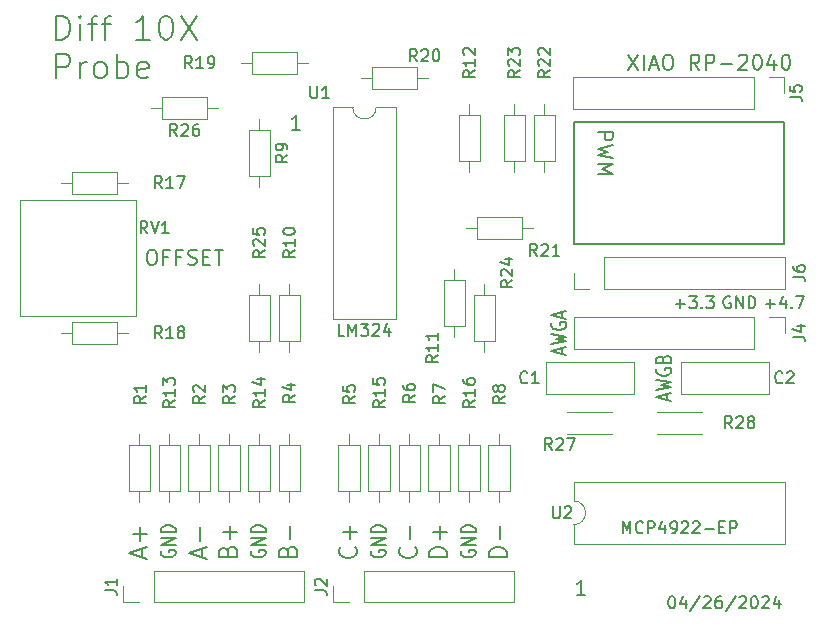
<source format=gbr>
%TF.GenerationSoftware,KiCad,Pcbnew,7.0.7*%
%TF.CreationDate,2024-04-26T13:10:04-04:00*%
%TF.ProjectId,xiao-rp2040-uno,7869616f-2d72-4703-9230-34302d756e6f,rev?*%
%TF.SameCoordinates,Original*%
%TF.FileFunction,Legend,Top*%
%TF.FilePolarity,Positive*%
%FSLAX46Y46*%
G04 Gerber Fmt 4.6, Leading zero omitted, Abs format (unit mm)*
G04 Created by KiCad (PCBNEW 7.0.7) date 2024-04-26 13:10:04*
%MOMM*%
%LPD*%
G01*
G04 APERTURE LIST*
%ADD10C,0.152400*%
%ADD11C,0.150000*%
%ADD12C,0.120000*%
G04 APERTURE END LIST*
D10*
X156460571Y-96906095D02*
X156557333Y-96906095D01*
X156557333Y-96906095D02*
X156654095Y-96954476D01*
X156654095Y-96954476D02*
X156702476Y-97002857D01*
X156702476Y-97002857D02*
X156750857Y-97099619D01*
X156750857Y-97099619D02*
X156799238Y-97293143D01*
X156799238Y-97293143D02*
X156799238Y-97535048D01*
X156799238Y-97535048D02*
X156750857Y-97728572D01*
X156750857Y-97728572D02*
X156702476Y-97825334D01*
X156702476Y-97825334D02*
X156654095Y-97873715D01*
X156654095Y-97873715D02*
X156557333Y-97922095D01*
X156557333Y-97922095D02*
X156460571Y-97922095D01*
X156460571Y-97922095D02*
X156363809Y-97873715D01*
X156363809Y-97873715D02*
X156315428Y-97825334D01*
X156315428Y-97825334D02*
X156267047Y-97728572D01*
X156267047Y-97728572D02*
X156218666Y-97535048D01*
X156218666Y-97535048D02*
X156218666Y-97293143D01*
X156218666Y-97293143D02*
X156267047Y-97099619D01*
X156267047Y-97099619D02*
X156315428Y-97002857D01*
X156315428Y-97002857D02*
X156363809Y-96954476D01*
X156363809Y-96954476D02*
X156460571Y-96906095D01*
X157670095Y-97244762D02*
X157670095Y-97922095D01*
X157428190Y-96857715D02*
X157186285Y-97583429D01*
X157186285Y-97583429D02*
X157815238Y-97583429D01*
X158928000Y-96857715D02*
X158057142Y-98164000D01*
X159218285Y-97002857D02*
X159266666Y-96954476D01*
X159266666Y-96954476D02*
X159363428Y-96906095D01*
X159363428Y-96906095D02*
X159605333Y-96906095D01*
X159605333Y-96906095D02*
X159702095Y-96954476D01*
X159702095Y-96954476D02*
X159750476Y-97002857D01*
X159750476Y-97002857D02*
X159798857Y-97099619D01*
X159798857Y-97099619D02*
X159798857Y-97196381D01*
X159798857Y-97196381D02*
X159750476Y-97341524D01*
X159750476Y-97341524D02*
X159169904Y-97922095D01*
X159169904Y-97922095D02*
X159798857Y-97922095D01*
X160669714Y-96906095D02*
X160476190Y-96906095D01*
X160476190Y-96906095D02*
X160379428Y-96954476D01*
X160379428Y-96954476D02*
X160331047Y-97002857D01*
X160331047Y-97002857D02*
X160234285Y-97148000D01*
X160234285Y-97148000D02*
X160185904Y-97341524D01*
X160185904Y-97341524D02*
X160185904Y-97728572D01*
X160185904Y-97728572D02*
X160234285Y-97825334D01*
X160234285Y-97825334D02*
X160282666Y-97873715D01*
X160282666Y-97873715D02*
X160379428Y-97922095D01*
X160379428Y-97922095D02*
X160572952Y-97922095D01*
X160572952Y-97922095D02*
X160669714Y-97873715D01*
X160669714Y-97873715D02*
X160718095Y-97825334D01*
X160718095Y-97825334D02*
X160766476Y-97728572D01*
X160766476Y-97728572D02*
X160766476Y-97486667D01*
X160766476Y-97486667D02*
X160718095Y-97389905D01*
X160718095Y-97389905D02*
X160669714Y-97341524D01*
X160669714Y-97341524D02*
X160572952Y-97293143D01*
X160572952Y-97293143D02*
X160379428Y-97293143D01*
X160379428Y-97293143D02*
X160282666Y-97341524D01*
X160282666Y-97341524D02*
X160234285Y-97389905D01*
X160234285Y-97389905D02*
X160185904Y-97486667D01*
X161927619Y-96857715D02*
X161056761Y-98164000D01*
X162217904Y-97002857D02*
X162266285Y-96954476D01*
X162266285Y-96954476D02*
X162363047Y-96906095D01*
X162363047Y-96906095D02*
X162604952Y-96906095D01*
X162604952Y-96906095D02*
X162701714Y-96954476D01*
X162701714Y-96954476D02*
X162750095Y-97002857D01*
X162750095Y-97002857D02*
X162798476Y-97099619D01*
X162798476Y-97099619D02*
X162798476Y-97196381D01*
X162798476Y-97196381D02*
X162750095Y-97341524D01*
X162750095Y-97341524D02*
X162169523Y-97922095D01*
X162169523Y-97922095D02*
X162798476Y-97922095D01*
X163427428Y-96906095D02*
X163524190Y-96906095D01*
X163524190Y-96906095D02*
X163620952Y-96954476D01*
X163620952Y-96954476D02*
X163669333Y-97002857D01*
X163669333Y-97002857D02*
X163717714Y-97099619D01*
X163717714Y-97099619D02*
X163766095Y-97293143D01*
X163766095Y-97293143D02*
X163766095Y-97535048D01*
X163766095Y-97535048D02*
X163717714Y-97728572D01*
X163717714Y-97728572D02*
X163669333Y-97825334D01*
X163669333Y-97825334D02*
X163620952Y-97873715D01*
X163620952Y-97873715D02*
X163524190Y-97922095D01*
X163524190Y-97922095D02*
X163427428Y-97922095D01*
X163427428Y-97922095D02*
X163330666Y-97873715D01*
X163330666Y-97873715D02*
X163282285Y-97825334D01*
X163282285Y-97825334D02*
X163233904Y-97728572D01*
X163233904Y-97728572D02*
X163185523Y-97535048D01*
X163185523Y-97535048D02*
X163185523Y-97293143D01*
X163185523Y-97293143D02*
X163233904Y-97099619D01*
X163233904Y-97099619D02*
X163282285Y-97002857D01*
X163282285Y-97002857D02*
X163330666Y-96954476D01*
X163330666Y-96954476D02*
X163427428Y-96906095D01*
X164153142Y-97002857D02*
X164201523Y-96954476D01*
X164201523Y-96954476D02*
X164298285Y-96906095D01*
X164298285Y-96906095D02*
X164540190Y-96906095D01*
X164540190Y-96906095D02*
X164636952Y-96954476D01*
X164636952Y-96954476D02*
X164685333Y-97002857D01*
X164685333Y-97002857D02*
X164733714Y-97099619D01*
X164733714Y-97099619D02*
X164733714Y-97196381D01*
X164733714Y-97196381D02*
X164685333Y-97341524D01*
X164685333Y-97341524D02*
X164104761Y-97922095D01*
X164104761Y-97922095D02*
X164733714Y-97922095D01*
X165604571Y-97244762D02*
X165604571Y-97922095D01*
X165362666Y-96857715D02*
X165120761Y-97583429D01*
X165120761Y-97583429D02*
X165749714Y-97583429D01*
D11*
X148200000Y-56760000D02*
X166040000Y-56760000D01*
X166040000Y-67040000D01*
X148200000Y-67040000D01*
X148200000Y-56760000D01*
D10*
X134781963Y-92731713D02*
X134854535Y-92804285D01*
X134854535Y-92804285D02*
X134927106Y-93021999D01*
X134927106Y-93021999D02*
X134927106Y-93167142D01*
X134927106Y-93167142D02*
X134854535Y-93384856D01*
X134854535Y-93384856D02*
X134709392Y-93529999D01*
X134709392Y-93529999D02*
X134564249Y-93602570D01*
X134564249Y-93602570D02*
X134273963Y-93675142D01*
X134273963Y-93675142D02*
X134056249Y-93675142D01*
X134056249Y-93675142D02*
X133765963Y-93602570D01*
X133765963Y-93602570D02*
X133620820Y-93529999D01*
X133620820Y-93529999D02*
X133475677Y-93384856D01*
X133475677Y-93384856D02*
X133403106Y-93167142D01*
X133403106Y-93167142D02*
X133403106Y-93021999D01*
X133403106Y-93021999D02*
X133475677Y-92804285D01*
X133475677Y-92804285D02*
X133548249Y-92731713D01*
X134346535Y-92078570D02*
X134346535Y-90917428D01*
X104394072Y-49766356D02*
X104394072Y-47734356D01*
X104394072Y-47734356D02*
X104877882Y-47734356D01*
X104877882Y-47734356D02*
X105168167Y-47831118D01*
X105168167Y-47831118D02*
X105361691Y-48024642D01*
X105361691Y-48024642D02*
X105458453Y-48218166D01*
X105458453Y-48218166D02*
X105555215Y-48605214D01*
X105555215Y-48605214D02*
X105555215Y-48895499D01*
X105555215Y-48895499D02*
X105458453Y-49282547D01*
X105458453Y-49282547D02*
X105361691Y-49476071D01*
X105361691Y-49476071D02*
X105168167Y-49669595D01*
X105168167Y-49669595D02*
X104877882Y-49766356D01*
X104877882Y-49766356D02*
X104394072Y-49766356D01*
X106426072Y-49766356D02*
X106426072Y-48411690D01*
X106426072Y-47734356D02*
X106329310Y-47831118D01*
X106329310Y-47831118D02*
X106426072Y-47927880D01*
X106426072Y-47927880D02*
X106522834Y-47831118D01*
X106522834Y-47831118D02*
X106426072Y-47734356D01*
X106426072Y-47734356D02*
X106426072Y-47927880D01*
X107103405Y-48411690D02*
X107877501Y-48411690D01*
X107393691Y-49766356D02*
X107393691Y-48024642D01*
X107393691Y-48024642D02*
X107490453Y-47831118D01*
X107490453Y-47831118D02*
X107683977Y-47734356D01*
X107683977Y-47734356D02*
X107877501Y-47734356D01*
X108264548Y-48411690D02*
X109038644Y-48411690D01*
X108554834Y-49766356D02*
X108554834Y-48024642D01*
X108554834Y-48024642D02*
X108651596Y-47831118D01*
X108651596Y-47831118D02*
X108845120Y-47734356D01*
X108845120Y-47734356D02*
X109038644Y-47734356D01*
X112328548Y-49766356D02*
X111167405Y-49766356D01*
X111747977Y-49766356D02*
X111747977Y-47734356D01*
X111747977Y-47734356D02*
X111554453Y-48024642D01*
X111554453Y-48024642D02*
X111360929Y-48218166D01*
X111360929Y-48218166D02*
X111167405Y-48314928D01*
X113586453Y-47734356D02*
X113779976Y-47734356D01*
X113779976Y-47734356D02*
X113973500Y-47831118D01*
X113973500Y-47831118D02*
X114070262Y-47927880D01*
X114070262Y-47927880D02*
X114167024Y-48121404D01*
X114167024Y-48121404D02*
X114263786Y-48508452D01*
X114263786Y-48508452D02*
X114263786Y-48992261D01*
X114263786Y-48992261D02*
X114167024Y-49379309D01*
X114167024Y-49379309D02*
X114070262Y-49572833D01*
X114070262Y-49572833D02*
X113973500Y-49669595D01*
X113973500Y-49669595D02*
X113779976Y-49766356D01*
X113779976Y-49766356D02*
X113586453Y-49766356D01*
X113586453Y-49766356D02*
X113392929Y-49669595D01*
X113392929Y-49669595D02*
X113296167Y-49572833D01*
X113296167Y-49572833D02*
X113199405Y-49379309D01*
X113199405Y-49379309D02*
X113102643Y-48992261D01*
X113102643Y-48992261D02*
X113102643Y-48508452D01*
X113102643Y-48508452D02*
X113199405Y-48121404D01*
X113199405Y-48121404D02*
X113296167Y-47927880D01*
X113296167Y-47927880D02*
X113392929Y-47831118D01*
X113392929Y-47831118D02*
X113586453Y-47734356D01*
X114941119Y-47734356D02*
X116295786Y-49766356D01*
X116295786Y-47734356D02*
X114941119Y-49766356D01*
X104394072Y-53037876D02*
X104394072Y-51005876D01*
X104394072Y-51005876D02*
X105168167Y-51005876D01*
X105168167Y-51005876D02*
X105361691Y-51102638D01*
X105361691Y-51102638D02*
X105458453Y-51199400D01*
X105458453Y-51199400D02*
X105555215Y-51392924D01*
X105555215Y-51392924D02*
X105555215Y-51683210D01*
X105555215Y-51683210D02*
X105458453Y-51876734D01*
X105458453Y-51876734D02*
X105361691Y-51973495D01*
X105361691Y-51973495D02*
X105168167Y-52070257D01*
X105168167Y-52070257D02*
X104394072Y-52070257D01*
X106426072Y-53037876D02*
X106426072Y-51683210D01*
X106426072Y-52070257D02*
X106522834Y-51876734D01*
X106522834Y-51876734D02*
X106619596Y-51779972D01*
X106619596Y-51779972D02*
X106813120Y-51683210D01*
X106813120Y-51683210D02*
X107006643Y-51683210D01*
X107974263Y-53037876D02*
X107780739Y-52941115D01*
X107780739Y-52941115D02*
X107683977Y-52844353D01*
X107683977Y-52844353D02*
X107587215Y-52650829D01*
X107587215Y-52650829D02*
X107587215Y-52070257D01*
X107587215Y-52070257D02*
X107683977Y-51876734D01*
X107683977Y-51876734D02*
X107780739Y-51779972D01*
X107780739Y-51779972D02*
X107974263Y-51683210D01*
X107974263Y-51683210D02*
X108264548Y-51683210D01*
X108264548Y-51683210D02*
X108458072Y-51779972D01*
X108458072Y-51779972D02*
X108554834Y-51876734D01*
X108554834Y-51876734D02*
X108651596Y-52070257D01*
X108651596Y-52070257D02*
X108651596Y-52650829D01*
X108651596Y-52650829D02*
X108554834Y-52844353D01*
X108554834Y-52844353D02*
X108458072Y-52941115D01*
X108458072Y-52941115D02*
X108264548Y-53037876D01*
X108264548Y-53037876D02*
X107974263Y-53037876D01*
X109522453Y-53037876D02*
X109522453Y-51005876D01*
X109522453Y-51779972D02*
X109715977Y-51683210D01*
X109715977Y-51683210D02*
X110103024Y-51683210D01*
X110103024Y-51683210D02*
X110296548Y-51779972D01*
X110296548Y-51779972D02*
X110393310Y-51876734D01*
X110393310Y-51876734D02*
X110490072Y-52070257D01*
X110490072Y-52070257D02*
X110490072Y-52650829D01*
X110490072Y-52650829D02*
X110393310Y-52844353D01*
X110393310Y-52844353D02*
X110296548Y-52941115D01*
X110296548Y-52941115D02*
X110103024Y-53037876D01*
X110103024Y-53037876D02*
X109715977Y-53037876D01*
X109715977Y-53037876D02*
X109522453Y-52941115D01*
X112135024Y-52941115D02*
X111941500Y-53037876D01*
X111941500Y-53037876D02*
X111554453Y-53037876D01*
X111554453Y-53037876D02*
X111360929Y-52941115D01*
X111360929Y-52941115D02*
X111264167Y-52747591D01*
X111264167Y-52747591D02*
X111264167Y-51973495D01*
X111264167Y-51973495D02*
X111360929Y-51779972D01*
X111360929Y-51779972D02*
X111554453Y-51683210D01*
X111554453Y-51683210D02*
X111941500Y-51683210D01*
X111941500Y-51683210D02*
X112135024Y-51779972D01*
X112135024Y-51779972D02*
X112231786Y-51973495D01*
X112231786Y-51973495D02*
X112231786Y-52167019D01*
X112231786Y-52167019D02*
X111264167Y-52360543D01*
X137467106Y-93602570D02*
X135943106Y-93602570D01*
X135943106Y-93602570D02*
X135943106Y-93239713D01*
X135943106Y-93239713D02*
X136015677Y-93021999D01*
X136015677Y-93021999D02*
X136160820Y-92876856D01*
X136160820Y-92876856D02*
X136305963Y-92804285D01*
X136305963Y-92804285D02*
X136596249Y-92731713D01*
X136596249Y-92731713D02*
X136813963Y-92731713D01*
X136813963Y-92731713D02*
X137104249Y-92804285D01*
X137104249Y-92804285D02*
X137249392Y-92876856D01*
X137249392Y-92876856D02*
X137394535Y-93021999D01*
X137394535Y-93021999D02*
X137467106Y-93239713D01*
X137467106Y-93239713D02*
X137467106Y-93602570D01*
X136886535Y-92078570D02*
X136886535Y-90917428D01*
X137467106Y-91497999D02*
X136305963Y-91497999D01*
X113280077Y-93034094D02*
X113219601Y-93130856D01*
X113219601Y-93130856D02*
X113219601Y-93275999D01*
X113219601Y-93275999D02*
X113280077Y-93421142D01*
X113280077Y-93421142D02*
X113401029Y-93517904D01*
X113401029Y-93517904D02*
X113521982Y-93566285D01*
X113521982Y-93566285D02*
X113763886Y-93614666D01*
X113763886Y-93614666D02*
X113945315Y-93614666D01*
X113945315Y-93614666D02*
X114187220Y-93566285D01*
X114187220Y-93566285D02*
X114308172Y-93517904D01*
X114308172Y-93517904D02*
X114429125Y-93421142D01*
X114429125Y-93421142D02*
X114489601Y-93275999D01*
X114489601Y-93275999D02*
X114489601Y-93179237D01*
X114489601Y-93179237D02*
X114429125Y-93034094D01*
X114429125Y-93034094D02*
X114368648Y-92985713D01*
X114368648Y-92985713D02*
X113945315Y-92985713D01*
X113945315Y-92985713D02*
X113945315Y-93179237D01*
X114489601Y-92550285D02*
X113219601Y-92550285D01*
X113219601Y-92550285D02*
X114489601Y-91969713D01*
X114489601Y-91969713D02*
X113219601Y-91969713D01*
X114489601Y-91485904D02*
X113219601Y-91485904D01*
X113219601Y-91485904D02*
X113219601Y-91243999D01*
X113219601Y-91243999D02*
X113280077Y-91098856D01*
X113280077Y-91098856D02*
X113401029Y-91002094D01*
X113401029Y-91002094D02*
X113521982Y-90953713D01*
X113521982Y-90953713D02*
X113763886Y-90905332D01*
X113763886Y-90905332D02*
X113945315Y-90905332D01*
X113945315Y-90905332D02*
X114187220Y-90953713D01*
X114187220Y-90953713D02*
X114308172Y-91002094D01*
X114308172Y-91002094D02*
X114429125Y-91098856D01*
X114429125Y-91098856D02*
X114489601Y-91243999D01*
X114489601Y-91243999D02*
X114489601Y-91485904D01*
X116711677Y-93566285D02*
X116711677Y-92840571D01*
X117147106Y-93711428D02*
X115623106Y-93203428D01*
X115623106Y-93203428D02*
X117147106Y-92695428D01*
X116566535Y-92187427D02*
X116566535Y-91026285D01*
X118888820Y-93094570D02*
X118961392Y-92876856D01*
X118961392Y-92876856D02*
X119033963Y-92804285D01*
X119033963Y-92804285D02*
X119179106Y-92731713D01*
X119179106Y-92731713D02*
X119396820Y-92731713D01*
X119396820Y-92731713D02*
X119541963Y-92804285D01*
X119541963Y-92804285D02*
X119614535Y-92876856D01*
X119614535Y-92876856D02*
X119687106Y-93021999D01*
X119687106Y-93021999D02*
X119687106Y-93602570D01*
X119687106Y-93602570D02*
X118163106Y-93602570D01*
X118163106Y-93602570D02*
X118163106Y-93094570D01*
X118163106Y-93094570D02*
X118235677Y-92949428D01*
X118235677Y-92949428D02*
X118308249Y-92876856D01*
X118308249Y-92876856D02*
X118453392Y-92804285D01*
X118453392Y-92804285D02*
X118598535Y-92804285D01*
X118598535Y-92804285D02*
X118743677Y-92876856D01*
X118743677Y-92876856D02*
X118816249Y-92949428D01*
X118816249Y-92949428D02*
X118888820Y-93094570D01*
X118888820Y-93094570D02*
X118888820Y-93602570D01*
X119106535Y-92078570D02*
X119106535Y-90917428D01*
X119687106Y-91497999D02*
X118525963Y-91497999D01*
X111631677Y-93566285D02*
X111631677Y-92840571D01*
X112067106Y-93711428D02*
X110543106Y-93203428D01*
X110543106Y-93203428D02*
X112067106Y-92695428D01*
X111486535Y-92187427D02*
X111486535Y-91026285D01*
X112067106Y-91606856D02*
X110905963Y-91606856D01*
X152795714Y-51049601D02*
X153642381Y-52319601D01*
X153642381Y-51049601D02*
X152795714Y-52319601D01*
X154126190Y-52319601D02*
X154126190Y-51049601D01*
X154670476Y-51956744D02*
X155275238Y-51956744D01*
X154549524Y-52319601D02*
X154972857Y-51049601D01*
X154972857Y-51049601D02*
X155396191Y-52319601D01*
X156061428Y-51049601D02*
X156303333Y-51049601D01*
X156303333Y-51049601D02*
X156424285Y-51110077D01*
X156424285Y-51110077D02*
X156545238Y-51231029D01*
X156545238Y-51231029D02*
X156605714Y-51472934D01*
X156605714Y-51472934D02*
X156605714Y-51896267D01*
X156605714Y-51896267D02*
X156545238Y-52138172D01*
X156545238Y-52138172D02*
X156424285Y-52259125D01*
X156424285Y-52259125D02*
X156303333Y-52319601D01*
X156303333Y-52319601D02*
X156061428Y-52319601D01*
X156061428Y-52319601D02*
X155940476Y-52259125D01*
X155940476Y-52259125D02*
X155819523Y-52138172D01*
X155819523Y-52138172D02*
X155759047Y-51896267D01*
X155759047Y-51896267D02*
X155759047Y-51472934D01*
X155759047Y-51472934D02*
X155819523Y-51231029D01*
X155819523Y-51231029D02*
X155940476Y-51110077D01*
X155940476Y-51110077D02*
X156061428Y-51049601D01*
X158843333Y-52319601D02*
X158419999Y-51714839D01*
X158117618Y-52319601D02*
X158117618Y-51049601D01*
X158117618Y-51049601D02*
X158601428Y-51049601D01*
X158601428Y-51049601D02*
X158722380Y-51110077D01*
X158722380Y-51110077D02*
X158782857Y-51170553D01*
X158782857Y-51170553D02*
X158843333Y-51291505D01*
X158843333Y-51291505D02*
X158843333Y-51472934D01*
X158843333Y-51472934D02*
X158782857Y-51593886D01*
X158782857Y-51593886D02*
X158722380Y-51654363D01*
X158722380Y-51654363D02*
X158601428Y-51714839D01*
X158601428Y-51714839D02*
X158117618Y-51714839D01*
X159387618Y-52319601D02*
X159387618Y-51049601D01*
X159387618Y-51049601D02*
X159871428Y-51049601D01*
X159871428Y-51049601D02*
X159992380Y-51110077D01*
X159992380Y-51110077D02*
X160052857Y-51170553D01*
X160052857Y-51170553D02*
X160113333Y-51291505D01*
X160113333Y-51291505D02*
X160113333Y-51472934D01*
X160113333Y-51472934D02*
X160052857Y-51593886D01*
X160052857Y-51593886D02*
X159992380Y-51654363D01*
X159992380Y-51654363D02*
X159871428Y-51714839D01*
X159871428Y-51714839D02*
X159387618Y-51714839D01*
X160657618Y-51835791D02*
X161625238Y-51835791D01*
X162169523Y-51170553D02*
X162229999Y-51110077D01*
X162229999Y-51110077D02*
X162350952Y-51049601D01*
X162350952Y-51049601D02*
X162653333Y-51049601D01*
X162653333Y-51049601D02*
X162774285Y-51110077D01*
X162774285Y-51110077D02*
X162834761Y-51170553D01*
X162834761Y-51170553D02*
X162895238Y-51291505D01*
X162895238Y-51291505D02*
X162895238Y-51412458D01*
X162895238Y-51412458D02*
X162834761Y-51593886D01*
X162834761Y-51593886D02*
X162109047Y-52319601D01*
X162109047Y-52319601D02*
X162895238Y-52319601D01*
X163681428Y-51049601D02*
X163802381Y-51049601D01*
X163802381Y-51049601D02*
X163923333Y-51110077D01*
X163923333Y-51110077D02*
X163983809Y-51170553D01*
X163983809Y-51170553D02*
X164044285Y-51291505D01*
X164044285Y-51291505D02*
X164104762Y-51533410D01*
X164104762Y-51533410D02*
X164104762Y-51835791D01*
X164104762Y-51835791D02*
X164044285Y-52077696D01*
X164044285Y-52077696D02*
X163983809Y-52198648D01*
X163983809Y-52198648D02*
X163923333Y-52259125D01*
X163923333Y-52259125D02*
X163802381Y-52319601D01*
X163802381Y-52319601D02*
X163681428Y-52319601D01*
X163681428Y-52319601D02*
X163560476Y-52259125D01*
X163560476Y-52259125D02*
X163500000Y-52198648D01*
X163500000Y-52198648D02*
X163439523Y-52077696D01*
X163439523Y-52077696D02*
X163379047Y-51835791D01*
X163379047Y-51835791D02*
X163379047Y-51533410D01*
X163379047Y-51533410D02*
X163439523Y-51291505D01*
X163439523Y-51291505D02*
X163500000Y-51170553D01*
X163500000Y-51170553D02*
X163560476Y-51110077D01*
X163560476Y-51110077D02*
X163681428Y-51049601D01*
X165193333Y-51472934D02*
X165193333Y-52319601D01*
X164890952Y-50989125D02*
X164588571Y-51896267D01*
X164588571Y-51896267D02*
X165374762Y-51896267D01*
X166100476Y-51049601D02*
X166221429Y-51049601D01*
X166221429Y-51049601D02*
X166342381Y-51110077D01*
X166342381Y-51110077D02*
X166402857Y-51170553D01*
X166402857Y-51170553D02*
X166463333Y-51291505D01*
X166463333Y-51291505D02*
X166523810Y-51533410D01*
X166523810Y-51533410D02*
X166523810Y-51835791D01*
X166523810Y-51835791D02*
X166463333Y-52077696D01*
X166463333Y-52077696D02*
X166402857Y-52198648D01*
X166402857Y-52198648D02*
X166342381Y-52259125D01*
X166342381Y-52259125D02*
X166221429Y-52319601D01*
X166221429Y-52319601D02*
X166100476Y-52319601D01*
X166100476Y-52319601D02*
X165979524Y-52259125D01*
X165979524Y-52259125D02*
X165919048Y-52198648D01*
X165919048Y-52198648D02*
X165858571Y-52077696D01*
X165858571Y-52077696D02*
X165798095Y-51835791D01*
X165798095Y-51835791D02*
X165798095Y-51533410D01*
X165798095Y-51533410D02*
X165858571Y-51291505D01*
X165858571Y-51291505D02*
X165919048Y-51170553D01*
X165919048Y-51170553D02*
X165979524Y-51110077D01*
X165979524Y-51110077D02*
X166100476Y-51049601D01*
X123968820Y-93094570D02*
X124041392Y-92876856D01*
X124041392Y-92876856D02*
X124113963Y-92804285D01*
X124113963Y-92804285D02*
X124259106Y-92731713D01*
X124259106Y-92731713D02*
X124476820Y-92731713D01*
X124476820Y-92731713D02*
X124621963Y-92804285D01*
X124621963Y-92804285D02*
X124694535Y-92876856D01*
X124694535Y-92876856D02*
X124767106Y-93021999D01*
X124767106Y-93021999D02*
X124767106Y-93602570D01*
X124767106Y-93602570D02*
X123243106Y-93602570D01*
X123243106Y-93602570D02*
X123243106Y-93094570D01*
X123243106Y-93094570D02*
X123315677Y-92949428D01*
X123315677Y-92949428D02*
X123388249Y-92876856D01*
X123388249Y-92876856D02*
X123533392Y-92804285D01*
X123533392Y-92804285D02*
X123678535Y-92804285D01*
X123678535Y-92804285D02*
X123823677Y-92876856D01*
X123823677Y-92876856D02*
X123896249Y-92949428D01*
X123896249Y-92949428D02*
X123968820Y-93094570D01*
X123968820Y-93094570D02*
X123968820Y-93602570D01*
X124186535Y-92078570D02*
X124186535Y-90917428D01*
X129701963Y-92731713D02*
X129774535Y-92804285D01*
X129774535Y-92804285D02*
X129847106Y-93021999D01*
X129847106Y-93021999D02*
X129847106Y-93167142D01*
X129847106Y-93167142D02*
X129774535Y-93384856D01*
X129774535Y-93384856D02*
X129629392Y-93529999D01*
X129629392Y-93529999D02*
X129484249Y-93602570D01*
X129484249Y-93602570D02*
X129193963Y-93675142D01*
X129193963Y-93675142D02*
X128976249Y-93675142D01*
X128976249Y-93675142D02*
X128685963Y-93602570D01*
X128685963Y-93602570D02*
X128540820Y-93529999D01*
X128540820Y-93529999D02*
X128395677Y-93384856D01*
X128395677Y-93384856D02*
X128323106Y-93167142D01*
X128323106Y-93167142D02*
X128323106Y-93021999D01*
X128323106Y-93021999D02*
X128395677Y-92804285D01*
X128395677Y-92804285D02*
X128468249Y-92731713D01*
X129266535Y-92078570D02*
X129266535Y-90917428D01*
X129847106Y-91497999D02*
X128685963Y-91497999D01*
X142547106Y-93602570D02*
X141023106Y-93602570D01*
X141023106Y-93602570D02*
X141023106Y-93239713D01*
X141023106Y-93239713D02*
X141095677Y-93021999D01*
X141095677Y-93021999D02*
X141240820Y-92876856D01*
X141240820Y-92876856D02*
X141385963Y-92804285D01*
X141385963Y-92804285D02*
X141676249Y-92731713D01*
X141676249Y-92731713D02*
X141893963Y-92731713D01*
X141893963Y-92731713D02*
X142184249Y-92804285D01*
X142184249Y-92804285D02*
X142329392Y-92876856D01*
X142329392Y-92876856D02*
X142474535Y-93021999D01*
X142474535Y-93021999D02*
X142547106Y-93239713D01*
X142547106Y-93239713D02*
X142547106Y-93602570D01*
X141966535Y-92078570D02*
X141966535Y-90917428D01*
X149187832Y-96769601D02*
X148462117Y-96769601D01*
X148824974Y-96769601D02*
X148824974Y-95499601D01*
X148824974Y-95499601D02*
X148704022Y-95681029D01*
X148704022Y-95681029D02*
X148583070Y-95801982D01*
X148583070Y-95801982D02*
X148462117Y-95862458D01*
X156096744Y-80248476D02*
X156096744Y-79764666D01*
X156459601Y-80345238D02*
X155189601Y-80006571D01*
X155189601Y-80006571D02*
X156459601Y-79667904D01*
X155189601Y-79426000D02*
X156459601Y-79184095D01*
X156459601Y-79184095D02*
X155552458Y-78990571D01*
X155552458Y-78990571D02*
X156459601Y-78797047D01*
X156459601Y-78797047D02*
X155189601Y-78555143D01*
X155250077Y-77635904D02*
X155189601Y-77732666D01*
X155189601Y-77732666D02*
X155189601Y-77877809D01*
X155189601Y-77877809D02*
X155250077Y-78022952D01*
X155250077Y-78022952D02*
X155371029Y-78119714D01*
X155371029Y-78119714D02*
X155491982Y-78168095D01*
X155491982Y-78168095D02*
X155733886Y-78216476D01*
X155733886Y-78216476D02*
X155915315Y-78216476D01*
X155915315Y-78216476D02*
X156157220Y-78168095D01*
X156157220Y-78168095D02*
X156278172Y-78119714D01*
X156278172Y-78119714D02*
X156399125Y-78022952D01*
X156399125Y-78022952D02*
X156459601Y-77877809D01*
X156459601Y-77877809D02*
X156459601Y-77781047D01*
X156459601Y-77781047D02*
X156399125Y-77635904D01*
X156399125Y-77635904D02*
X156338648Y-77587523D01*
X156338648Y-77587523D02*
X155915315Y-77587523D01*
X155915315Y-77587523D02*
X155915315Y-77781047D01*
X155794363Y-76813428D02*
X155854839Y-76668285D01*
X155854839Y-76668285D02*
X155915315Y-76619904D01*
X155915315Y-76619904D02*
X156036267Y-76571523D01*
X156036267Y-76571523D02*
X156217696Y-76571523D01*
X156217696Y-76571523D02*
X156338648Y-76619904D01*
X156338648Y-76619904D02*
X156399125Y-76668285D01*
X156399125Y-76668285D02*
X156459601Y-76765047D01*
X156459601Y-76765047D02*
X156459601Y-77152095D01*
X156459601Y-77152095D02*
X155189601Y-77152095D01*
X155189601Y-77152095D02*
X155189601Y-76813428D01*
X155189601Y-76813428D02*
X155250077Y-76716666D01*
X155250077Y-76716666D02*
X155310553Y-76668285D01*
X155310553Y-76668285D02*
X155431505Y-76619904D01*
X155431505Y-76619904D02*
X155552458Y-76619904D01*
X155552458Y-76619904D02*
X155673410Y-76668285D01*
X155673410Y-76668285D02*
X155733886Y-76716666D01*
X155733886Y-76716666D02*
X155794363Y-76813428D01*
X155794363Y-76813428D02*
X155794363Y-77152095D01*
X125057832Y-57399601D02*
X124332117Y-57399601D01*
X124694974Y-57399601D02*
X124694974Y-56129601D01*
X124694974Y-56129601D02*
X124574022Y-56311029D01*
X124574022Y-56311029D02*
X124453070Y-56431982D01*
X124453070Y-56431982D02*
X124332117Y-56492458D01*
X164443428Y-72135048D02*
X165217524Y-72135048D01*
X164830476Y-72522095D02*
X164830476Y-71748000D01*
X166136762Y-71844762D02*
X166136762Y-72522095D01*
X165894857Y-71457715D02*
X165652952Y-72183429D01*
X165652952Y-72183429D02*
X166281905Y-72183429D01*
X166668952Y-72425334D02*
X166717333Y-72473715D01*
X166717333Y-72473715D02*
X166668952Y-72522095D01*
X166668952Y-72522095D02*
X166620571Y-72473715D01*
X166620571Y-72473715D02*
X166668952Y-72425334D01*
X166668952Y-72425334D02*
X166668952Y-72522095D01*
X167056000Y-71506095D02*
X167733334Y-71506095D01*
X167733334Y-71506095D02*
X167297905Y-72522095D01*
X161455905Y-71554476D02*
X161359143Y-71506095D01*
X161359143Y-71506095D02*
X161214000Y-71506095D01*
X161214000Y-71506095D02*
X161068857Y-71554476D01*
X161068857Y-71554476D02*
X160972095Y-71651238D01*
X160972095Y-71651238D02*
X160923714Y-71748000D01*
X160923714Y-71748000D02*
X160875333Y-71941524D01*
X160875333Y-71941524D02*
X160875333Y-72086667D01*
X160875333Y-72086667D02*
X160923714Y-72280191D01*
X160923714Y-72280191D02*
X160972095Y-72376953D01*
X160972095Y-72376953D02*
X161068857Y-72473715D01*
X161068857Y-72473715D02*
X161214000Y-72522095D01*
X161214000Y-72522095D02*
X161310762Y-72522095D01*
X161310762Y-72522095D02*
X161455905Y-72473715D01*
X161455905Y-72473715D02*
X161504286Y-72425334D01*
X161504286Y-72425334D02*
X161504286Y-72086667D01*
X161504286Y-72086667D02*
X161310762Y-72086667D01*
X161939714Y-72522095D02*
X161939714Y-71506095D01*
X161939714Y-71506095D02*
X162520286Y-72522095D01*
X162520286Y-72522095D02*
X162520286Y-71506095D01*
X163004095Y-72522095D02*
X163004095Y-71506095D01*
X163004095Y-71506095D02*
X163246000Y-71506095D01*
X163246000Y-71506095D02*
X163391143Y-71554476D01*
X163391143Y-71554476D02*
X163487905Y-71651238D01*
X163487905Y-71651238D02*
X163536286Y-71748000D01*
X163536286Y-71748000D02*
X163584667Y-71941524D01*
X163584667Y-71941524D02*
X163584667Y-72086667D01*
X163584667Y-72086667D02*
X163536286Y-72280191D01*
X163536286Y-72280191D02*
X163487905Y-72376953D01*
X163487905Y-72376953D02*
X163391143Y-72473715D01*
X163391143Y-72473715D02*
X163246000Y-72522095D01*
X163246000Y-72522095D02*
X163004095Y-72522095D01*
X150220398Y-57575951D02*
X151490398Y-57575951D01*
X151490398Y-57575951D02*
X151490398Y-58059761D01*
X151490398Y-58059761D02*
X151429922Y-58180713D01*
X151429922Y-58180713D02*
X151369446Y-58241190D01*
X151369446Y-58241190D02*
X151248494Y-58301666D01*
X151248494Y-58301666D02*
X151067065Y-58301666D01*
X151067065Y-58301666D02*
X150946113Y-58241190D01*
X150946113Y-58241190D02*
X150885636Y-58180713D01*
X150885636Y-58180713D02*
X150825160Y-58059761D01*
X150825160Y-58059761D02*
X150825160Y-57575951D01*
X151490398Y-58724999D02*
X150220398Y-59027380D01*
X150220398Y-59027380D02*
X151127541Y-59269285D01*
X151127541Y-59269285D02*
X150220398Y-59511190D01*
X150220398Y-59511190D02*
X151490398Y-59813571D01*
X150220398Y-60297380D02*
X151490398Y-60297380D01*
X151490398Y-60297380D02*
X150583255Y-60720714D01*
X150583255Y-60720714D02*
X151490398Y-61144047D01*
X151490398Y-61144047D02*
X150220398Y-61144047D01*
X131060077Y-93034094D02*
X130999601Y-93130856D01*
X130999601Y-93130856D02*
X130999601Y-93275999D01*
X130999601Y-93275999D02*
X131060077Y-93421142D01*
X131060077Y-93421142D02*
X131181029Y-93517904D01*
X131181029Y-93517904D02*
X131301982Y-93566285D01*
X131301982Y-93566285D02*
X131543886Y-93614666D01*
X131543886Y-93614666D02*
X131725315Y-93614666D01*
X131725315Y-93614666D02*
X131967220Y-93566285D01*
X131967220Y-93566285D02*
X132088172Y-93517904D01*
X132088172Y-93517904D02*
X132209125Y-93421142D01*
X132209125Y-93421142D02*
X132269601Y-93275999D01*
X132269601Y-93275999D02*
X132269601Y-93179237D01*
X132269601Y-93179237D02*
X132209125Y-93034094D01*
X132209125Y-93034094D02*
X132148648Y-92985713D01*
X132148648Y-92985713D02*
X131725315Y-92985713D01*
X131725315Y-92985713D02*
X131725315Y-93179237D01*
X132269601Y-92550285D02*
X130999601Y-92550285D01*
X130999601Y-92550285D02*
X132269601Y-91969713D01*
X132269601Y-91969713D02*
X130999601Y-91969713D01*
X132269601Y-91485904D02*
X130999601Y-91485904D01*
X130999601Y-91485904D02*
X130999601Y-91243999D01*
X130999601Y-91243999D02*
X131060077Y-91098856D01*
X131060077Y-91098856D02*
X131181029Y-91002094D01*
X131181029Y-91002094D02*
X131301982Y-90953713D01*
X131301982Y-90953713D02*
X131543886Y-90905332D01*
X131543886Y-90905332D02*
X131725315Y-90905332D01*
X131725315Y-90905332D02*
X131967220Y-90953713D01*
X131967220Y-90953713D02*
X132088172Y-91002094D01*
X132088172Y-91002094D02*
X132209125Y-91098856D01*
X132209125Y-91098856D02*
X132269601Y-91243999D01*
X132269601Y-91243999D02*
X132269601Y-91485904D01*
X156823428Y-72135048D02*
X157597524Y-72135048D01*
X157210476Y-72522095D02*
X157210476Y-71748000D01*
X157984571Y-71506095D02*
X158613524Y-71506095D01*
X158613524Y-71506095D02*
X158274857Y-71893143D01*
X158274857Y-71893143D02*
X158420000Y-71893143D01*
X158420000Y-71893143D02*
X158516762Y-71941524D01*
X158516762Y-71941524D02*
X158565143Y-71989905D01*
X158565143Y-71989905D02*
X158613524Y-72086667D01*
X158613524Y-72086667D02*
X158613524Y-72328572D01*
X158613524Y-72328572D02*
X158565143Y-72425334D01*
X158565143Y-72425334D02*
X158516762Y-72473715D01*
X158516762Y-72473715D02*
X158420000Y-72522095D01*
X158420000Y-72522095D02*
X158129714Y-72522095D01*
X158129714Y-72522095D02*
X158032952Y-72473715D01*
X158032952Y-72473715D02*
X157984571Y-72425334D01*
X159048952Y-72425334D02*
X159097333Y-72473715D01*
X159097333Y-72473715D02*
X159048952Y-72522095D01*
X159048952Y-72522095D02*
X159000571Y-72473715D01*
X159000571Y-72473715D02*
X159048952Y-72425334D01*
X159048952Y-72425334D02*
X159048952Y-72522095D01*
X159436000Y-71506095D02*
X160064953Y-71506095D01*
X160064953Y-71506095D02*
X159726286Y-71893143D01*
X159726286Y-71893143D02*
X159871429Y-71893143D01*
X159871429Y-71893143D02*
X159968191Y-71941524D01*
X159968191Y-71941524D02*
X160016572Y-71989905D01*
X160016572Y-71989905D02*
X160064953Y-72086667D01*
X160064953Y-72086667D02*
X160064953Y-72328572D01*
X160064953Y-72328572D02*
X160016572Y-72425334D01*
X160016572Y-72425334D02*
X159968191Y-72473715D01*
X159968191Y-72473715D02*
X159871429Y-72522095D01*
X159871429Y-72522095D02*
X159581143Y-72522095D01*
X159581143Y-72522095D02*
X159484381Y-72473715D01*
X159484381Y-72473715D02*
X159436000Y-72425334D01*
X112367381Y-67559601D02*
X112609286Y-67559601D01*
X112609286Y-67559601D02*
X112730238Y-67620077D01*
X112730238Y-67620077D02*
X112851191Y-67741029D01*
X112851191Y-67741029D02*
X112911667Y-67982934D01*
X112911667Y-67982934D02*
X112911667Y-68406267D01*
X112911667Y-68406267D02*
X112851191Y-68648172D01*
X112851191Y-68648172D02*
X112730238Y-68769125D01*
X112730238Y-68769125D02*
X112609286Y-68829601D01*
X112609286Y-68829601D02*
X112367381Y-68829601D01*
X112367381Y-68829601D02*
X112246429Y-68769125D01*
X112246429Y-68769125D02*
X112125476Y-68648172D01*
X112125476Y-68648172D02*
X112065000Y-68406267D01*
X112065000Y-68406267D02*
X112065000Y-67982934D01*
X112065000Y-67982934D02*
X112125476Y-67741029D01*
X112125476Y-67741029D02*
X112246429Y-67620077D01*
X112246429Y-67620077D02*
X112367381Y-67559601D01*
X113879286Y-68164363D02*
X113455952Y-68164363D01*
X113455952Y-68829601D02*
X113455952Y-67559601D01*
X113455952Y-67559601D02*
X114060714Y-67559601D01*
X114967857Y-68164363D02*
X114544523Y-68164363D01*
X114544523Y-68829601D02*
X114544523Y-67559601D01*
X114544523Y-67559601D02*
X115149285Y-67559601D01*
X115572618Y-68769125D02*
X115754047Y-68829601D01*
X115754047Y-68829601D02*
X116056428Y-68829601D01*
X116056428Y-68829601D02*
X116177380Y-68769125D01*
X116177380Y-68769125D02*
X116237856Y-68708648D01*
X116237856Y-68708648D02*
X116298333Y-68587696D01*
X116298333Y-68587696D02*
X116298333Y-68466744D01*
X116298333Y-68466744D02*
X116237856Y-68345791D01*
X116237856Y-68345791D02*
X116177380Y-68285315D01*
X116177380Y-68285315D02*
X116056428Y-68224839D01*
X116056428Y-68224839D02*
X115814523Y-68164363D01*
X115814523Y-68164363D02*
X115693571Y-68103886D01*
X115693571Y-68103886D02*
X115633094Y-68043410D01*
X115633094Y-68043410D02*
X115572618Y-67922458D01*
X115572618Y-67922458D02*
X115572618Y-67801505D01*
X115572618Y-67801505D02*
X115633094Y-67680553D01*
X115633094Y-67680553D02*
X115693571Y-67620077D01*
X115693571Y-67620077D02*
X115814523Y-67559601D01*
X115814523Y-67559601D02*
X116116904Y-67559601D01*
X116116904Y-67559601D02*
X116298333Y-67620077D01*
X116842618Y-68164363D02*
X117265952Y-68164363D01*
X117447380Y-68829601D02*
X116842618Y-68829601D01*
X116842618Y-68829601D02*
X116842618Y-67559601D01*
X116842618Y-67559601D02*
X117447380Y-67559601D01*
X117810238Y-67559601D02*
X118535952Y-67559601D01*
X118173095Y-68829601D02*
X118173095Y-67559601D01*
X147206744Y-76365904D02*
X147206744Y-75882094D01*
X147569601Y-76462666D02*
X146299601Y-76123999D01*
X146299601Y-76123999D02*
X147569601Y-75785332D01*
X146299601Y-75543428D02*
X147569601Y-75301523D01*
X147569601Y-75301523D02*
X146662458Y-75107999D01*
X146662458Y-75107999D02*
X147569601Y-74914475D01*
X147569601Y-74914475D02*
X146299601Y-74672571D01*
X146360077Y-73753332D02*
X146299601Y-73850094D01*
X146299601Y-73850094D02*
X146299601Y-73995237D01*
X146299601Y-73995237D02*
X146360077Y-74140380D01*
X146360077Y-74140380D02*
X146481029Y-74237142D01*
X146481029Y-74237142D02*
X146601982Y-74285523D01*
X146601982Y-74285523D02*
X146843886Y-74333904D01*
X146843886Y-74333904D02*
X147025315Y-74333904D01*
X147025315Y-74333904D02*
X147267220Y-74285523D01*
X147267220Y-74285523D02*
X147388172Y-74237142D01*
X147388172Y-74237142D02*
X147509125Y-74140380D01*
X147509125Y-74140380D02*
X147569601Y-73995237D01*
X147569601Y-73995237D02*
X147569601Y-73898475D01*
X147569601Y-73898475D02*
X147509125Y-73753332D01*
X147509125Y-73753332D02*
X147448648Y-73704951D01*
X147448648Y-73704951D02*
X147025315Y-73704951D01*
X147025315Y-73704951D02*
X147025315Y-73898475D01*
X147206744Y-73317904D02*
X147206744Y-72834094D01*
X147569601Y-73414666D02*
X146299601Y-73075999D01*
X146299601Y-73075999D02*
X147569601Y-72737332D01*
X120900077Y-93034094D02*
X120839601Y-93130856D01*
X120839601Y-93130856D02*
X120839601Y-93275999D01*
X120839601Y-93275999D02*
X120900077Y-93421142D01*
X120900077Y-93421142D02*
X121021029Y-93517904D01*
X121021029Y-93517904D02*
X121141982Y-93566285D01*
X121141982Y-93566285D02*
X121383886Y-93614666D01*
X121383886Y-93614666D02*
X121565315Y-93614666D01*
X121565315Y-93614666D02*
X121807220Y-93566285D01*
X121807220Y-93566285D02*
X121928172Y-93517904D01*
X121928172Y-93517904D02*
X122049125Y-93421142D01*
X122049125Y-93421142D02*
X122109601Y-93275999D01*
X122109601Y-93275999D02*
X122109601Y-93179237D01*
X122109601Y-93179237D02*
X122049125Y-93034094D01*
X122049125Y-93034094D02*
X121988648Y-92985713D01*
X121988648Y-92985713D02*
X121565315Y-92985713D01*
X121565315Y-92985713D02*
X121565315Y-93179237D01*
X122109601Y-92550285D02*
X120839601Y-92550285D01*
X120839601Y-92550285D02*
X122109601Y-91969713D01*
X122109601Y-91969713D02*
X120839601Y-91969713D01*
X122109601Y-91485904D02*
X120839601Y-91485904D01*
X120839601Y-91485904D02*
X120839601Y-91243999D01*
X120839601Y-91243999D02*
X120900077Y-91098856D01*
X120900077Y-91098856D02*
X121021029Y-91002094D01*
X121021029Y-91002094D02*
X121141982Y-90953713D01*
X121141982Y-90953713D02*
X121383886Y-90905332D01*
X121383886Y-90905332D02*
X121565315Y-90905332D01*
X121565315Y-90905332D02*
X121807220Y-90953713D01*
X121807220Y-90953713D02*
X121928172Y-91002094D01*
X121928172Y-91002094D02*
X122049125Y-91098856D01*
X122049125Y-91098856D02*
X122109601Y-91243999D01*
X122109601Y-91243999D02*
X122109601Y-91485904D01*
X138680077Y-93034094D02*
X138619601Y-93130856D01*
X138619601Y-93130856D02*
X138619601Y-93275999D01*
X138619601Y-93275999D02*
X138680077Y-93421142D01*
X138680077Y-93421142D02*
X138801029Y-93517904D01*
X138801029Y-93517904D02*
X138921982Y-93566285D01*
X138921982Y-93566285D02*
X139163886Y-93614666D01*
X139163886Y-93614666D02*
X139345315Y-93614666D01*
X139345315Y-93614666D02*
X139587220Y-93566285D01*
X139587220Y-93566285D02*
X139708172Y-93517904D01*
X139708172Y-93517904D02*
X139829125Y-93421142D01*
X139829125Y-93421142D02*
X139889601Y-93275999D01*
X139889601Y-93275999D02*
X139889601Y-93179237D01*
X139889601Y-93179237D02*
X139829125Y-93034094D01*
X139829125Y-93034094D02*
X139768648Y-92985713D01*
X139768648Y-92985713D02*
X139345315Y-92985713D01*
X139345315Y-92985713D02*
X139345315Y-93179237D01*
X139889601Y-92550285D02*
X138619601Y-92550285D01*
X138619601Y-92550285D02*
X139889601Y-91969713D01*
X139889601Y-91969713D02*
X138619601Y-91969713D01*
X139889601Y-91485904D02*
X138619601Y-91485904D01*
X138619601Y-91485904D02*
X138619601Y-91243999D01*
X138619601Y-91243999D02*
X138680077Y-91098856D01*
X138680077Y-91098856D02*
X138801029Y-91002094D01*
X138801029Y-91002094D02*
X138921982Y-90953713D01*
X138921982Y-90953713D02*
X139163886Y-90905332D01*
X139163886Y-90905332D02*
X139345315Y-90905332D01*
X139345315Y-90905332D02*
X139587220Y-90953713D01*
X139587220Y-90953713D02*
X139708172Y-91002094D01*
X139708172Y-91002094D02*
X139829125Y-91098856D01*
X139829125Y-91098856D02*
X139889601Y-91243999D01*
X139889601Y-91243999D02*
X139889601Y-91485904D01*
D11*
X116964819Y-79966666D02*
X116488628Y-80299999D01*
X116964819Y-80538094D02*
X115964819Y-80538094D01*
X115964819Y-80538094D02*
X115964819Y-80157142D01*
X115964819Y-80157142D02*
X116012438Y-80061904D01*
X116012438Y-80061904D02*
X116060057Y-80014285D01*
X116060057Y-80014285D02*
X116155295Y-79966666D01*
X116155295Y-79966666D02*
X116298152Y-79966666D01*
X116298152Y-79966666D02*
X116393390Y-80014285D01*
X116393390Y-80014285D02*
X116441009Y-80061904D01*
X116441009Y-80061904D02*
X116488628Y-80157142D01*
X116488628Y-80157142D02*
X116488628Y-80538094D01*
X116060057Y-79585713D02*
X116012438Y-79538094D01*
X116012438Y-79538094D02*
X115964819Y-79442856D01*
X115964819Y-79442856D02*
X115964819Y-79204761D01*
X115964819Y-79204761D02*
X116012438Y-79109523D01*
X116012438Y-79109523D02*
X116060057Y-79061904D01*
X116060057Y-79061904D02*
X116155295Y-79014285D01*
X116155295Y-79014285D02*
X116250533Y-79014285D01*
X116250533Y-79014285D02*
X116393390Y-79061904D01*
X116393390Y-79061904D02*
X116964819Y-79633332D01*
X116964819Y-79633332D02*
X116964819Y-79014285D01*
X161587142Y-82674819D02*
X161253809Y-82198628D01*
X161015714Y-82674819D02*
X161015714Y-81674819D01*
X161015714Y-81674819D02*
X161396666Y-81674819D01*
X161396666Y-81674819D02*
X161491904Y-81722438D01*
X161491904Y-81722438D02*
X161539523Y-81770057D01*
X161539523Y-81770057D02*
X161587142Y-81865295D01*
X161587142Y-81865295D02*
X161587142Y-82008152D01*
X161587142Y-82008152D02*
X161539523Y-82103390D01*
X161539523Y-82103390D02*
X161491904Y-82151009D01*
X161491904Y-82151009D02*
X161396666Y-82198628D01*
X161396666Y-82198628D02*
X161015714Y-82198628D01*
X161968095Y-81770057D02*
X162015714Y-81722438D01*
X162015714Y-81722438D02*
X162110952Y-81674819D01*
X162110952Y-81674819D02*
X162349047Y-81674819D01*
X162349047Y-81674819D02*
X162444285Y-81722438D01*
X162444285Y-81722438D02*
X162491904Y-81770057D01*
X162491904Y-81770057D02*
X162539523Y-81865295D01*
X162539523Y-81865295D02*
X162539523Y-81960533D01*
X162539523Y-81960533D02*
X162491904Y-82103390D01*
X162491904Y-82103390D02*
X161920476Y-82674819D01*
X161920476Y-82674819D02*
X162539523Y-82674819D01*
X163110952Y-82103390D02*
X163015714Y-82055771D01*
X163015714Y-82055771D02*
X162968095Y-82008152D01*
X162968095Y-82008152D02*
X162920476Y-81912914D01*
X162920476Y-81912914D02*
X162920476Y-81865295D01*
X162920476Y-81865295D02*
X162968095Y-81770057D01*
X162968095Y-81770057D02*
X163015714Y-81722438D01*
X163015714Y-81722438D02*
X163110952Y-81674819D01*
X163110952Y-81674819D02*
X163301428Y-81674819D01*
X163301428Y-81674819D02*
X163396666Y-81722438D01*
X163396666Y-81722438D02*
X163444285Y-81770057D01*
X163444285Y-81770057D02*
X163491904Y-81865295D01*
X163491904Y-81865295D02*
X163491904Y-81912914D01*
X163491904Y-81912914D02*
X163444285Y-82008152D01*
X163444285Y-82008152D02*
X163396666Y-82055771D01*
X163396666Y-82055771D02*
X163301428Y-82103390D01*
X163301428Y-82103390D02*
X163110952Y-82103390D01*
X163110952Y-82103390D02*
X163015714Y-82151009D01*
X163015714Y-82151009D02*
X162968095Y-82198628D01*
X162968095Y-82198628D02*
X162920476Y-82293866D01*
X162920476Y-82293866D02*
X162920476Y-82484342D01*
X162920476Y-82484342D02*
X162968095Y-82579580D01*
X162968095Y-82579580D02*
X163015714Y-82627200D01*
X163015714Y-82627200D02*
X163110952Y-82674819D01*
X163110952Y-82674819D02*
X163301428Y-82674819D01*
X163301428Y-82674819D02*
X163396666Y-82627200D01*
X163396666Y-82627200D02*
X163444285Y-82579580D01*
X163444285Y-82579580D02*
X163491904Y-82484342D01*
X163491904Y-82484342D02*
X163491904Y-82293866D01*
X163491904Y-82293866D02*
X163444285Y-82198628D01*
X163444285Y-82198628D02*
X163396666Y-82151009D01*
X163396666Y-82151009D02*
X163301428Y-82103390D01*
X146347142Y-84529819D02*
X146013809Y-84053628D01*
X145775714Y-84529819D02*
X145775714Y-83529819D01*
X145775714Y-83529819D02*
X146156666Y-83529819D01*
X146156666Y-83529819D02*
X146251904Y-83577438D01*
X146251904Y-83577438D02*
X146299523Y-83625057D01*
X146299523Y-83625057D02*
X146347142Y-83720295D01*
X146347142Y-83720295D02*
X146347142Y-83863152D01*
X146347142Y-83863152D02*
X146299523Y-83958390D01*
X146299523Y-83958390D02*
X146251904Y-84006009D01*
X146251904Y-84006009D02*
X146156666Y-84053628D01*
X146156666Y-84053628D02*
X145775714Y-84053628D01*
X146728095Y-83625057D02*
X146775714Y-83577438D01*
X146775714Y-83577438D02*
X146870952Y-83529819D01*
X146870952Y-83529819D02*
X147109047Y-83529819D01*
X147109047Y-83529819D02*
X147204285Y-83577438D01*
X147204285Y-83577438D02*
X147251904Y-83625057D01*
X147251904Y-83625057D02*
X147299523Y-83720295D01*
X147299523Y-83720295D02*
X147299523Y-83815533D01*
X147299523Y-83815533D02*
X147251904Y-83958390D01*
X147251904Y-83958390D02*
X146680476Y-84529819D01*
X146680476Y-84529819D02*
X147299523Y-84529819D01*
X147632857Y-83529819D02*
X148299523Y-83529819D01*
X148299523Y-83529819D02*
X147870952Y-84529819D01*
X166764819Y-69853333D02*
X167479104Y-69853333D01*
X167479104Y-69853333D02*
X167621961Y-69900952D01*
X167621961Y-69900952D02*
X167717200Y-69996190D01*
X167717200Y-69996190D02*
X167764819Y-70139047D01*
X167764819Y-70139047D02*
X167764819Y-70234285D01*
X166764819Y-68948571D02*
X166764819Y-69139047D01*
X166764819Y-69139047D02*
X166812438Y-69234285D01*
X166812438Y-69234285D02*
X166860057Y-69281904D01*
X166860057Y-69281904D02*
X167002914Y-69377142D01*
X167002914Y-69377142D02*
X167193390Y-69424761D01*
X167193390Y-69424761D02*
X167574342Y-69424761D01*
X167574342Y-69424761D02*
X167669580Y-69377142D01*
X167669580Y-69377142D02*
X167717200Y-69329523D01*
X167717200Y-69329523D02*
X167764819Y-69234285D01*
X167764819Y-69234285D02*
X167764819Y-69043809D01*
X167764819Y-69043809D02*
X167717200Y-68948571D01*
X167717200Y-68948571D02*
X167669580Y-68900952D01*
X167669580Y-68900952D02*
X167574342Y-68853333D01*
X167574342Y-68853333D02*
X167336247Y-68853333D01*
X167336247Y-68853333D02*
X167241009Y-68900952D01*
X167241009Y-68900952D02*
X167193390Y-68948571D01*
X167193390Y-68948571D02*
X167145771Y-69043809D01*
X167145771Y-69043809D02*
X167145771Y-69234285D01*
X167145771Y-69234285D02*
X167193390Y-69329523D01*
X167193390Y-69329523D02*
X167241009Y-69377142D01*
X167241009Y-69377142D02*
X167336247Y-69424761D01*
X129664819Y-79966666D02*
X129188628Y-80299999D01*
X129664819Y-80538094D02*
X128664819Y-80538094D01*
X128664819Y-80538094D02*
X128664819Y-80157142D01*
X128664819Y-80157142D02*
X128712438Y-80061904D01*
X128712438Y-80061904D02*
X128760057Y-80014285D01*
X128760057Y-80014285D02*
X128855295Y-79966666D01*
X128855295Y-79966666D02*
X128998152Y-79966666D01*
X128998152Y-79966666D02*
X129093390Y-80014285D01*
X129093390Y-80014285D02*
X129141009Y-80061904D01*
X129141009Y-80061904D02*
X129188628Y-80157142D01*
X129188628Y-80157142D02*
X129188628Y-80538094D01*
X128664819Y-79061904D02*
X128664819Y-79538094D01*
X128664819Y-79538094D02*
X129141009Y-79585713D01*
X129141009Y-79585713D02*
X129093390Y-79538094D01*
X129093390Y-79538094D02*
X129045771Y-79442856D01*
X129045771Y-79442856D02*
X129045771Y-79204761D01*
X129045771Y-79204761D02*
X129093390Y-79109523D01*
X129093390Y-79109523D02*
X129141009Y-79061904D01*
X129141009Y-79061904D02*
X129236247Y-79014285D01*
X129236247Y-79014285D02*
X129474342Y-79014285D01*
X129474342Y-79014285D02*
X129569580Y-79061904D01*
X129569580Y-79061904D02*
X129617200Y-79109523D01*
X129617200Y-79109523D02*
X129664819Y-79204761D01*
X129664819Y-79204761D02*
X129664819Y-79442856D01*
X129664819Y-79442856D02*
X129617200Y-79538094D01*
X129617200Y-79538094D02*
X129569580Y-79585713D01*
X125908095Y-53734819D02*
X125908095Y-54544342D01*
X125908095Y-54544342D02*
X125955714Y-54639580D01*
X125955714Y-54639580D02*
X126003333Y-54687200D01*
X126003333Y-54687200D02*
X126098571Y-54734819D01*
X126098571Y-54734819D02*
X126289047Y-54734819D01*
X126289047Y-54734819D02*
X126384285Y-54687200D01*
X126384285Y-54687200D02*
X126431904Y-54639580D01*
X126431904Y-54639580D02*
X126479523Y-54544342D01*
X126479523Y-54544342D02*
X126479523Y-53734819D01*
X127479523Y-54734819D02*
X126908095Y-54734819D01*
X127193809Y-54734819D02*
X127193809Y-53734819D01*
X127193809Y-53734819D02*
X127098571Y-53877676D01*
X127098571Y-53877676D02*
X127003333Y-53972914D01*
X127003333Y-53972914D02*
X126908095Y-54020533D01*
X128789523Y-74844819D02*
X128313333Y-74844819D01*
X128313333Y-74844819D02*
X128313333Y-73844819D01*
X129122857Y-74844819D02*
X129122857Y-73844819D01*
X129122857Y-73844819D02*
X129456190Y-74559104D01*
X129456190Y-74559104D02*
X129789523Y-73844819D01*
X129789523Y-73844819D02*
X129789523Y-74844819D01*
X130170476Y-73844819D02*
X130789523Y-73844819D01*
X130789523Y-73844819D02*
X130456190Y-74225771D01*
X130456190Y-74225771D02*
X130599047Y-74225771D01*
X130599047Y-74225771D02*
X130694285Y-74273390D01*
X130694285Y-74273390D02*
X130741904Y-74321009D01*
X130741904Y-74321009D02*
X130789523Y-74416247D01*
X130789523Y-74416247D02*
X130789523Y-74654342D01*
X130789523Y-74654342D02*
X130741904Y-74749580D01*
X130741904Y-74749580D02*
X130694285Y-74797200D01*
X130694285Y-74797200D02*
X130599047Y-74844819D01*
X130599047Y-74844819D02*
X130313333Y-74844819D01*
X130313333Y-74844819D02*
X130218095Y-74797200D01*
X130218095Y-74797200D02*
X130170476Y-74749580D01*
X131170476Y-73940057D02*
X131218095Y-73892438D01*
X131218095Y-73892438D02*
X131313333Y-73844819D01*
X131313333Y-73844819D02*
X131551428Y-73844819D01*
X131551428Y-73844819D02*
X131646666Y-73892438D01*
X131646666Y-73892438D02*
X131694285Y-73940057D01*
X131694285Y-73940057D02*
X131741904Y-74035295D01*
X131741904Y-74035295D02*
X131741904Y-74130533D01*
X131741904Y-74130533D02*
X131694285Y-74273390D01*
X131694285Y-74273390D02*
X131122857Y-74844819D01*
X131122857Y-74844819D02*
X131741904Y-74844819D01*
X132599047Y-74178152D02*
X132599047Y-74844819D01*
X132360952Y-73797200D02*
X132122857Y-74511485D01*
X132122857Y-74511485D02*
X132741904Y-74511485D01*
X144283333Y-78769580D02*
X144235714Y-78817200D01*
X144235714Y-78817200D02*
X144092857Y-78864819D01*
X144092857Y-78864819D02*
X143997619Y-78864819D01*
X143997619Y-78864819D02*
X143854762Y-78817200D01*
X143854762Y-78817200D02*
X143759524Y-78721961D01*
X143759524Y-78721961D02*
X143711905Y-78626723D01*
X143711905Y-78626723D02*
X143664286Y-78436247D01*
X143664286Y-78436247D02*
X143664286Y-78293390D01*
X143664286Y-78293390D02*
X143711905Y-78102914D01*
X143711905Y-78102914D02*
X143759524Y-78007676D01*
X143759524Y-78007676D02*
X143854762Y-77912438D01*
X143854762Y-77912438D02*
X143997619Y-77864819D01*
X143997619Y-77864819D02*
X144092857Y-77864819D01*
X144092857Y-77864819D02*
X144235714Y-77912438D01*
X144235714Y-77912438D02*
X144283333Y-77960057D01*
X145235714Y-78864819D02*
X144664286Y-78864819D01*
X144950000Y-78864819D02*
X144950000Y-77864819D01*
X144950000Y-77864819D02*
X144854762Y-78007676D01*
X144854762Y-78007676D02*
X144759524Y-78102914D01*
X144759524Y-78102914D02*
X144664286Y-78150533D01*
X123964819Y-59526666D02*
X123488628Y-59859999D01*
X123964819Y-60098094D02*
X122964819Y-60098094D01*
X122964819Y-60098094D02*
X122964819Y-59717142D01*
X122964819Y-59717142D02*
X123012438Y-59621904D01*
X123012438Y-59621904D02*
X123060057Y-59574285D01*
X123060057Y-59574285D02*
X123155295Y-59526666D01*
X123155295Y-59526666D02*
X123298152Y-59526666D01*
X123298152Y-59526666D02*
X123393390Y-59574285D01*
X123393390Y-59574285D02*
X123441009Y-59621904D01*
X123441009Y-59621904D02*
X123488628Y-59717142D01*
X123488628Y-59717142D02*
X123488628Y-60098094D01*
X123964819Y-59050475D02*
X123964819Y-58859999D01*
X123964819Y-58859999D02*
X123917200Y-58764761D01*
X123917200Y-58764761D02*
X123869580Y-58717142D01*
X123869580Y-58717142D02*
X123726723Y-58621904D01*
X123726723Y-58621904D02*
X123536247Y-58574285D01*
X123536247Y-58574285D02*
X123155295Y-58574285D01*
X123155295Y-58574285D02*
X123060057Y-58621904D01*
X123060057Y-58621904D02*
X123012438Y-58669523D01*
X123012438Y-58669523D02*
X122964819Y-58764761D01*
X122964819Y-58764761D02*
X122964819Y-58955237D01*
X122964819Y-58955237D02*
X123012438Y-59050475D01*
X123012438Y-59050475D02*
X123060057Y-59098094D01*
X123060057Y-59098094D02*
X123155295Y-59145713D01*
X123155295Y-59145713D02*
X123393390Y-59145713D01*
X123393390Y-59145713D02*
X123488628Y-59098094D01*
X123488628Y-59098094D02*
X123536247Y-59050475D01*
X123536247Y-59050475D02*
X123583866Y-58955237D01*
X123583866Y-58955237D02*
X123583866Y-58764761D01*
X123583866Y-58764761D02*
X123536247Y-58669523D01*
X123536247Y-58669523D02*
X123488628Y-58621904D01*
X123488628Y-58621904D02*
X123393390Y-58574285D01*
X113327142Y-62354819D02*
X112993809Y-61878628D01*
X112755714Y-62354819D02*
X112755714Y-61354819D01*
X112755714Y-61354819D02*
X113136666Y-61354819D01*
X113136666Y-61354819D02*
X113231904Y-61402438D01*
X113231904Y-61402438D02*
X113279523Y-61450057D01*
X113279523Y-61450057D02*
X113327142Y-61545295D01*
X113327142Y-61545295D02*
X113327142Y-61688152D01*
X113327142Y-61688152D02*
X113279523Y-61783390D01*
X113279523Y-61783390D02*
X113231904Y-61831009D01*
X113231904Y-61831009D02*
X113136666Y-61878628D01*
X113136666Y-61878628D02*
X112755714Y-61878628D01*
X114279523Y-62354819D02*
X113708095Y-62354819D01*
X113993809Y-62354819D02*
X113993809Y-61354819D01*
X113993809Y-61354819D02*
X113898571Y-61497676D01*
X113898571Y-61497676D02*
X113803333Y-61592914D01*
X113803333Y-61592914D02*
X113708095Y-61640533D01*
X114612857Y-61354819D02*
X115279523Y-61354819D01*
X115279523Y-61354819D02*
X114850952Y-62354819D01*
X166494819Y-54613333D02*
X167209104Y-54613333D01*
X167209104Y-54613333D02*
X167351961Y-54660952D01*
X167351961Y-54660952D02*
X167447200Y-54756190D01*
X167447200Y-54756190D02*
X167494819Y-54899047D01*
X167494819Y-54899047D02*
X167494819Y-54994285D01*
X166494819Y-53660952D02*
X166494819Y-54137142D01*
X166494819Y-54137142D02*
X166971009Y-54184761D01*
X166971009Y-54184761D02*
X166923390Y-54137142D01*
X166923390Y-54137142D02*
X166875771Y-54041904D01*
X166875771Y-54041904D02*
X166875771Y-53803809D01*
X166875771Y-53803809D02*
X166923390Y-53708571D01*
X166923390Y-53708571D02*
X166971009Y-53660952D01*
X166971009Y-53660952D02*
X167066247Y-53613333D01*
X167066247Y-53613333D02*
X167304342Y-53613333D01*
X167304342Y-53613333D02*
X167399580Y-53660952D01*
X167399580Y-53660952D02*
X167447200Y-53708571D01*
X167447200Y-53708571D02*
X167494819Y-53803809D01*
X167494819Y-53803809D02*
X167494819Y-54041904D01*
X167494819Y-54041904D02*
X167447200Y-54137142D01*
X167447200Y-54137142D02*
X167399580Y-54184761D01*
X119504819Y-79966666D02*
X119028628Y-80299999D01*
X119504819Y-80538094D02*
X118504819Y-80538094D01*
X118504819Y-80538094D02*
X118504819Y-80157142D01*
X118504819Y-80157142D02*
X118552438Y-80061904D01*
X118552438Y-80061904D02*
X118600057Y-80014285D01*
X118600057Y-80014285D02*
X118695295Y-79966666D01*
X118695295Y-79966666D02*
X118838152Y-79966666D01*
X118838152Y-79966666D02*
X118933390Y-80014285D01*
X118933390Y-80014285D02*
X118981009Y-80061904D01*
X118981009Y-80061904D02*
X119028628Y-80157142D01*
X119028628Y-80157142D02*
X119028628Y-80538094D01*
X118504819Y-79633332D02*
X118504819Y-79014285D01*
X118504819Y-79014285D02*
X118885771Y-79347618D01*
X118885771Y-79347618D02*
X118885771Y-79204761D01*
X118885771Y-79204761D02*
X118933390Y-79109523D01*
X118933390Y-79109523D02*
X118981009Y-79061904D01*
X118981009Y-79061904D02*
X119076247Y-79014285D01*
X119076247Y-79014285D02*
X119314342Y-79014285D01*
X119314342Y-79014285D02*
X119409580Y-79061904D01*
X119409580Y-79061904D02*
X119457200Y-79109523D01*
X119457200Y-79109523D02*
X119504819Y-79204761D01*
X119504819Y-79204761D02*
X119504819Y-79490475D01*
X119504819Y-79490475D02*
X119457200Y-79585713D01*
X119457200Y-79585713D02*
X119409580Y-79633332D01*
X137284819Y-79966666D02*
X136808628Y-80299999D01*
X137284819Y-80538094D02*
X136284819Y-80538094D01*
X136284819Y-80538094D02*
X136284819Y-80157142D01*
X136284819Y-80157142D02*
X136332438Y-80061904D01*
X136332438Y-80061904D02*
X136380057Y-80014285D01*
X136380057Y-80014285D02*
X136475295Y-79966666D01*
X136475295Y-79966666D02*
X136618152Y-79966666D01*
X136618152Y-79966666D02*
X136713390Y-80014285D01*
X136713390Y-80014285D02*
X136761009Y-80061904D01*
X136761009Y-80061904D02*
X136808628Y-80157142D01*
X136808628Y-80157142D02*
X136808628Y-80538094D01*
X136284819Y-79633332D02*
X136284819Y-78966666D01*
X136284819Y-78966666D02*
X137284819Y-79395237D01*
X145077142Y-68084819D02*
X144743809Y-67608628D01*
X144505714Y-68084819D02*
X144505714Y-67084819D01*
X144505714Y-67084819D02*
X144886666Y-67084819D01*
X144886666Y-67084819D02*
X144981904Y-67132438D01*
X144981904Y-67132438D02*
X145029523Y-67180057D01*
X145029523Y-67180057D02*
X145077142Y-67275295D01*
X145077142Y-67275295D02*
X145077142Y-67418152D01*
X145077142Y-67418152D02*
X145029523Y-67513390D01*
X145029523Y-67513390D02*
X144981904Y-67561009D01*
X144981904Y-67561009D02*
X144886666Y-67608628D01*
X144886666Y-67608628D02*
X144505714Y-67608628D01*
X145458095Y-67180057D02*
X145505714Y-67132438D01*
X145505714Y-67132438D02*
X145600952Y-67084819D01*
X145600952Y-67084819D02*
X145839047Y-67084819D01*
X145839047Y-67084819D02*
X145934285Y-67132438D01*
X145934285Y-67132438D02*
X145981904Y-67180057D01*
X145981904Y-67180057D02*
X146029523Y-67275295D01*
X146029523Y-67275295D02*
X146029523Y-67370533D01*
X146029523Y-67370533D02*
X145981904Y-67513390D01*
X145981904Y-67513390D02*
X145410476Y-68084819D01*
X145410476Y-68084819D02*
X146029523Y-68084819D01*
X146981904Y-68084819D02*
X146410476Y-68084819D01*
X146696190Y-68084819D02*
X146696190Y-67084819D01*
X146696190Y-67084819D02*
X146600952Y-67227676D01*
X146600952Y-67227676D02*
X146505714Y-67322914D01*
X146505714Y-67322914D02*
X146410476Y-67370533D01*
X108494819Y-96403333D02*
X109209104Y-96403333D01*
X109209104Y-96403333D02*
X109351961Y-96450952D01*
X109351961Y-96450952D02*
X109447200Y-96546190D01*
X109447200Y-96546190D02*
X109494819Y-96689047D01*
X109494819Y-96689047D02*
X109494819Y-96784285D01*
X109494819Y-95403333D02*
X109494819Y-95974761D01*
X109494819Y-95689047D02*
X108494819Y-95689047D01*
X108494819Y-95689047D02*
X108637676Y-95784285D01*
X108637676Y-95784285D02*
X108732914Y-95879523D01*
X108732914Y-95879523D02*
X108780533Y-95974761D01*
X113327142Y-75054819D02*
X112993809Y-74578628D01*
X112755714Y-75054819D02*
X112755714Y-74054819D01*
X112755714Y-74054819D02*
X113136666Y-74054819D01*
X113136666Y-74054819D02*
X113231904Y-74102438D01*
X113231904Y-74102438D02*
X113279523Y-74150057D01*
X113279523Y-74150057D02*
X113327142Y-74245295D01*
X113327142Y-74245295D02*
X113327142Y-74388152D01*
X113327142Y-74388152D02*
X113279523Y-74483390D01*
X113279523Y-74483390D02*
X113231904Y-74531009D01*
X113231904Y-74531009D02*
X113136666Y-74578628D01*
X113136666Y-74578628D02*
X112755714Y-74578628D01*
X114279523Y-75054819D02*
X113708095Y-75054819D01*
X113993809Y-75054819D02*
X113993809Y-74054819D01*
X113993809Y-74054819D02*
X113898571Y-74197676D01*
X113898571Y-74197676D02*
X113803333Y-74292914D01*
X113803333Y-74292914D02*
X113708095Y-74340533D01*
X114850952Y-74483390D02*
X114755714Y-74435771D01*
X114755714Y-74435771D02*
X114708095Y-74388152D01*
X114708095Y-74388152D02*
X114660476Y-74292914D01*
X114660476Y-74292914D02*
X114660476Y-74245295D01*
X114660476Y-74245295D02*
X114708095Y-74150057D01*
X114708095Y-74150057D02*
X114755714Y-74102438D01*
X114755714Y-74102438D02*
X114850952Y-74054819D01*
X114850952Y-74054819D02*
X115041428Y-74054819D01*
X115041428Y-74054819D02*
X115136666Y-74102438D01*
X115136666Y-74102438D02*
X115184285Y-74150057D01*
X115184285Y-74150057D02*
X115231904Y-74245295D01*
X115231904Y-74245295D02*
X115231904Y-74292914D01*
X115231904Y-74292914D02*
X115184285Y-74388152D01*
X115184285Y-74388152D02*
X115136666Y-74435771D01*
X115136666Y-74435771D02*
X115041428Y-74483390D01*
X115041428Y-74483390D02*
X114850952Y-74483390D01*
X114850952Y-74483390D02*
X114755714Y-74531009D01*
X114755714Y-74531009D02*
X114708095Y-74578628D01*
X114708095Y-74578628D02*
X114660476Y-74673866D01*
X114660476Y-74673866D02*
X114660476Y-74864342D01*
X114660476Y-74864342D02*
X114708095Y-74959580D01*
X114708095Y-74959580D02*
X114755714Y-75007200D01*
X114755714Y-75007200D02*
X114850952Y-75054819D01*
X114850952Y-75054819D02*
X115041428Y-75054819D01*
X115041428Y-75054819D02*
X115136666Y-75007200D01*
X115136666Y-75007200D02*
X115184285Y-74959580D01*
X115184285Y-74959580D02*
X115231904Y-74864342D01*
X115231904Y-74864342D02*
X115231904Y-74673866D01*
X115231904Y-74673866D02*
X115184285Y-74578628D01*
X115184285Y-74578628D02*
X115136666Y-74531009D01*
X115136666Y-74531009D02*
X115041428Y-74483390D01*
X165873333Y-78769580D02*
X165825714Y-78817200D01*
X165825714Y-78817200D02*
X165682857Y-78864819D01*
X165682857Y-78864819D02*
X165587619Y-78864819D01*
X165587619Y-78864819D02*
X165444762Y-78817200D01*
X165444762Y-78817200D02*
X165349524Y-78721961D01*
X165349524Y-78721961D02*
X165301905Y-78626723D01*
X165301905Y-78626723D02*
X165254286Y-78436247D01*
X165254286Y-78436247D02*
X165254286Y-78293390D01*
X165254286Y-78293390D02*
X165301905Y-78102914D01*
X165301905Y-78102914D02*
X165349524Y-78007676D01*
X165349524Y-78007676D02*
X165444762Y-77912438D01*
X165444762Y-77912438D02*
X165587619Y-77864819D01*
X165587619Y-77864819D02*
X165682857Y-77864819D01*
X165682857Y-77864819D02*
X165825714Y-77912438D01*
X165825714Y-77912438D02*
X165873333Y-77960057D01*
X166254286Y-77960057D02*
X166301905Y-77912438D01*
X166301905Y-77912438D02*
X166397143Y-77864819D01*
X166397143Y-77864819D02*
X166635238Y-77864819D01*
X166635238Y-77864819D02*
X166730476Y-77912438D01*
X166730476Y-77912438D02*
X166778095Y-77960057D01*
X166778095Y-77960057D02*
X166825714Y-78055295D01*
X166825714Y-78055295D02*
X166825714Y-78150533D01*
X166825714Y-78150533D02*
X166778095Y-78293390D01*
X166778095Y-78293390D02*
X166206667Y-78864819D01*
X166206667Y-78864819D02*
X166825714Y-78864819D01*
X114424819Y-80322857D02*
X113948628Y-80656190D01*
X114424819Y-80894285D02*
X113424819Y-80894285D01*
X113424819Y-80894285D02*
X113424819Y-80513333D01*
X113424819Y-80513333D02*
X113472438Y-80418095D01*
X113472438Y-80418095D02*
X113520057Y-80370476D01*
X113520057Y-80370476D02*
X113615295Y-80322857D01*
X113615295Y-80322857D02*
X113758152Y-80322857D01*
X113758152Y-80322857D02*
X113853390Y-80370476D01*
X113853390Y-80370476D02*
X113901009Y-80418095D01*
X113901009Y-80418095D02*
X113948628Y-80513333D01*
X113948628Y-80513333D02*
X113948628Y-80894285D01*
X114424819Y-79370476D02*
X114424819Y-79941904D01*
X114424819Y-79656190D02*
X113424819Y-79656190D01*
X113424819Y-79656190D02*
X113567676Y-79751428D01*
X113567676Y-79751428D02*
X113662914Y-79846666D01*
X113662914Y-79846666D02*
X113710533Y-79941904D01*
X113424819Y-79037142D02*
X113424819Y-78418095D01*
X113424819Y-78418095D02*
X113805771Y-78751428D01*
X113805771Y-78751428D02*
X113805771Y-78608571D01*
X113805771Y-78608571D02*
X113853390Y-78513333D01*
X113853390Y-78513333D02*
X113901009Y-78465714D01*
X113901009Y-78465714D02*
X113996247Y-78418095D01*
X113996247Y-78418095D02*
X114234342Y-78418095D01*
X114234342Y-78418095D02*
X114329580Y-78465714D01*
X114329580Y-78465714D02*
X114377200Y-78513333D01*
X114377200Y-78513333D02*
X114424819Y-78608571D01*
X114424819Y-78608571D02*
X114424819Y-78894285D01*
X114424819Y-78894285D02*
X114377200Y-78989523D01*
X114377200Y-78989523D02*
X114329580Y-79037142D01*
X132204819Y-80322857D02*
X131728628Y-80656190D01*
X132204819Y-80894285D02*
X131204819Y-80894285D01*
X131204819Y-80894285D02*
X131204819Y-80513333D01*
X131204819Y-80513333D02*
X131252438Y-80418095D01*
X131252438Y-80418095D02*
X131300057Y-80370476D01*
X131300057Y-80370476D02*
X131395295Y-80322857D01*
X131395295Y-80322857D02*
X131538152Y-80322857D01*
X131538152Y-80322857D02*
X131633390Y-80370476D01*
X131633390Y-80370476D02*
X131681009Y-80418095D01*
X131681009Y-80418095D02*
X131728628Y-80513333D01*
X131728628Y-80513333D02*
X131728628Y-80894285D01*
X132204819Y-79370476D02*
X132204819Y-79941904D01*
X132204819Y-79656190D02*
X131204819Y-79656190D01*
X131204819Y-79656190D02*
X131347676Y-79751428D01*
X131347676Y-79751428D02*
X131442914Y-79846666D01*
X131442914Y-79846666D02*
X131490533Y-79941904D01*
X131204819Y-78465714D02*
X131204819Y-78941904D01*
X131204819Y-78941904D02*
X131681009Y-78989523D01*
X131681009Y-78989523D02*
X131633390Y-78941904D01*
X131633390Y-78941904D02*
X131585771Y-78846666D01*
X131585771Y-78846666D02*
X131585771Y-78608571D01*
X131585771Y-78608571D02*
X131633390Y-78513333D01*
X131633390Y-78513333D02*
X131681009Y-78465714D01*
X131681009Y-78465714D02*
X131776247Y-78418095D01*
X131776247Y-78418095D02*
X132014342Y-78418095D01*
X132014342Y-78418095D02*
X132109580Y-78465714D01*
X132109580Y-78465714D02*
X132157200Y-78513333D01*
X132157200Y-78513333D02*
X132204819Y-78608571D01*
X132204819Y-78608571D02*
X132204819Y-78846666D01*
X132204819Y-78846666D02*
X132157200Y-78941904D01*
X132157200Y-78941904D02*
X132109580Y-78989523D01*
X124584819Y-67622857D02*
X124108628Y-67956190D01*
X124584819Y-68194285D02*
X123584819Y-68194285D01*
X123584819Y-68194285D02*
X123584819Y-67813333D01*
X123584819Y-67813333D02*
X123632438Y-67718095D01*
X123632438Y-67718095D02*
X123680057Y-67670476D01*
X123680057Y-67670476D02*
X123775295Y-67622857D01*
X123775295Y-67622857D02*
X123918152Y-67622857D01*
X123918152Y-67622857D02*
X124013390Y-67670476D01*
X124013390Y-67670476D02*
X124061009Y-67718095D01*
X124061009Y-67718095D02*
X124108628Y-67813333D01*
X124108628Y-67813333D02*
X124108628Y-68194285D01*
X124584819Y-66670476D02*
X124584819Y-67241904D01*
X124584819Y-66956190D02*
X123584819Y-66956190D01*
X123584819Y-66956190D02*
X123727676Y-67051428D01*
X123727676Y-67051428D02*
X123822914Y-67146666D01*
X123822914Y-67146666D02*
X123870533Y-67241904D01*
X123584819Y-66051428D02*
X123584819Y-65956190D01*
X123584819Y-65956190D02*
X123632438Y-65860952D01*
X123632438Y-65860952D02*
X123680057Y-65813333D01*
X123680057Y-65813333D02*
X123775295Y-65765714D01*
X123775295Y-65765714D02*
X123965771Y-65718095D01*
X123965771Y-65718095D02*
X124203866Y-65718095D01*
X124203866Y-65718095D02*
X124394342Y-65765714D01*
X124394342Y-65765714D02*
X124489580Y-65813333D01*
X124489580Y-65813333D02*
X124537200Y-65860952D01*
X124537200Y-65860952D02*
X124584819Y-65956190D01*
X124584819Y-65956190D02*
X124584819Y-66051428D01*
X124584819Y-66051428D02*
X124537200Y-66146666D01*
X124537200Y-66146666D02*
X124489580Y-66194285D01*
X124489580Y-66194285D02*
X124394342Y-66241904D01*
X124394342Y-66241904D02*
X124203866Y-66289523D01*
X124203866Y-66289523D02*
X123965771Y-66289523D01*
X123965771Y-66289523D02*
X123775295Y-66241904D01*
X123775295Y-66241904D02*
X123680057Y-66194285D01*
X123680057Y-66194285D02*
X123632438Y-66146666D01*
X123632438Y-66146666D02*
X123584819Y-66051428D01*
X136699819Y-76512857D02*
X136223628Y-76846190D01*
X136699819Y-77084285D02*
X135699819Y-77084285D01*
X135699819Y-77084285D02*
X135699819Y-76703333D01*
X135699819Y-76703333D02*
X135747438Y-76608095D01*
X135747438Y-76608095D02*
X135795057Y-76560476D01*
X135795057Y-76560476D02*
X135890295Y-76512857D01*
X135890295Y-76512857D02*
X136033152Y-76512857D01*
X136033152Y-76512857D02*
X136128390Y-76560476D01*
X136128390Y-76560476D02*
X136176009Y-76608095D01*
X136176009Y-76608095D02*
X136223628Y-76703333D01*
X136223628Y-76703333D02*
X136223628Y-77084285D01*
X136699819Y-75560476D02*
X136699819Y-76131904D01*
X136699819Y-75846190D02*
X135699819Y-75846190D01*
X135699819Y-75846190D02*
X135842676Y-75941428D01*
X135842676Y-75941428D02*
X135937914Y-76036666D01*
X135937914Y-76036666D02*
X135985533Y-76131904D01*
X136699819Y-74608095D02*
X136699819Y-75179523D01*
X136699819Y-74893809D02*
X135699819Y-74893809D01*
X135699819Y-74893809D02*
X135842676Y-74989047D01*
X135842676Y-74989047D02*
X135937914Y-75084285D01*
X135937914Y-75084285D02*
X135985533Y-75179523D01*
X134917142Y-51609819D02*
X134583809Y-51133628D01*
X134345714Y-51609819D02*
X134345714Y-50609819D01*
X134345714Y-50609819D02*
X134726666Y-50609819D01*
X134726666Y-50609819D02*
X134821904Y-50657438D01*
X134821904Y-50657438D02*
X134869523Y-50705057D01*
X134869523Y-50705057D02*
X134917142Y-50800295D01*
X134917142Y-50800295D02*
X134917142Y-50943152D01*
X134917142Y-50943152D02*
X134869523Y-51038390D01*
X134869523Y-51038390D02*
X134821904Y-51086009D01*
X134821904Y-51086009D02*
X134726666Y-51133628D01*
X134726666Y-51133628D02*
X134345714Y-51133628D01*
X135298095Y-50705057D02*
X135345714Y-50657438D01*
X135345714Y-50657438D02*
X135440952Y-50609819D01*
X135440952Y-50609819D02*
X135679047Y-50609819D01*
X135679047Y-50609819D02*
X135774285Y-50657438D01*
X135774285Y-50657438D02*
X135821904Y-50705057D01*
X135821904Y-50705057D02*
X135869523Y-50800295D01*
X135869523Y-50800295D02*
X135869523Y-50895533D01*
X135869523Y-50895533D02*
X135821904Y-51038390D01*
X135821904Y-51038390D02*
X135250476Y-51609819D01*
X135250476Y-51609819D02*
X135869523Y-51609819D01*
X136488571Y-50609819D02*
X136583809Y-50609819D01*
X136583809Y-50609819D02*
X136679047Y-50657438D01*
X136679047Y-50657438D02*
X136726666Y-50705057D01*
X136726666Y-50705057D02*
X136774285Y-50800295D01*
X136774285Y-50800295D02*
X136821904Y-50990771D01*
X136821904Y-50990771D02*
X136821904Y-51228866D01*
X136821904Y-51228866D02*
X136774285Y-51419342D01*
X136774285Y-51419342D02*
X136726666Y-51514580D01*
X136726666Y-51514580D02*
X136679047Y-51562200D01*
X136679047Y-51562200D02*
X136583809Y-51609819D01*
X136583809Y-51609819D02*
X136488571Y-51609819D01*
X136488571Y-51609819D02*
X136393333Y-51562200D01*
X136393333Y-51562200D02*
X136345714Y-51514580D01*
X136345714Y-51514580D02*
X136298095Y-51419342D01*
X136298095Y-51419342D02*
X136250476Y-51228866D01*
X136250476Y-51228866D02*
X136250476Y-50990771D01*
X136250476Y-50990771D02*
X136298095Y-50800295D01*
X136298095Y-50800295D02*
X136345714Y-50705057D01*
X136345714Y-50705057D02*
X136393333Y-50657438D01*
X136393333Y-50657438D02*
X136488571Y-50609819D01*
X114597142Y-57924819D02*
X114263809Y-57448628D01*
X114025714Y-57924819D02*
X114025714Y-56924819D01*
X114025714Y-56924819D02*
X114406666Y-56924819D01*
X114406666Y-56924819D02*
X114501904Y-56972438D01*
X114501904Y-56972438D02*
X114549523Y-57020057D01*
X114549523Y-57020057D02*
X114597142Y-57115295D01*
X114597142Y-57115295D02*
X114597142Y-57258152D01*
X114597142Y-57258152D02*
X114549523Y-57353390D01*
X114549523Y-57353390D02*
X114501904Y-57401009D01*
X114501904Y-57401009D02*
X114406666Y-57448628D01*
X114406666Y-57448628D02*
X114025714Y-57448628D01*
X114978095Y-57020057D02*
X115025714Y-56972438D01*
X115025714Y-56972438D02*
X115120952Y-56924819D01*
X115120952Y-56924819D02*
X115359047Y-56924819D01*
X115359047Y-56924819D02*
X115454285Y-56972438D01*
X115454285Y-56972438D02*
X115501904Y-57020057D01*
X115501904Y-57020057D02*
X115549523Y-57115295D01*
X115549523Y-57115295D02*
X115549523Y-57210533D01*
X115549523Y-57210533D02*
X115501904Y-57353390D01*
X115501904Y-57353390D02*
X114930476Y-57924819D01*
X114930476Y-57924819D02*
X115549523Y-57924819D01*
X116406666Y-56924819D02*
X116216190Y-56924819D01*
X116216190Y-56924819D02*
X116120952Y-56972438D01*
X116120952Y-56972438D02*
X116073333Y-57020057D01*
X116073333Y-57020057D02*
X115978095Y-57162914D01*
X115978095Y-57162914D02*
X115930476Y-57353390D01*
X115930476Y-57353390D02*
X115930476Y-57734342D01*
X115930476Y-57734342D02*
X115978095Y-57829580D01*
X115978095Y-57829580D02*
X116025714Y-57877200D01*
X116025714Y-57877200D02*
X116120952Y-57924819D01*
X116120952Y-57924819D02*
X116311428Y-57924819D01*
X116311428Y-57924819D02*
X116406666Y-57877200D01*
X116406666Y-57877200D02*
X116454285Y-57829580D01*
X116454285Y-57829580D02*
X116501904Y-57734342D01*
X116501904Y-57734342D02*
X116501904Y-57496247D01*
X116501904Y-57496247D02*
X116454285Y-57401009D01*
X116454285Y-57401009D02*
X116406666Y-57353390D01*
X116406666Y-57353390D02*
X116311428Y-57305771D01*
X116311428Y-57305771D02*
X116120952Y-57305771D01*
X116120952Y-57305771D02*
X116025714Y-57353390D01*
X116025714Y-57353390D02*
X115978095Y-57401009D01*
X115978095Y-57401009D02*
X115930476Y-57496247D01*
X126274819Y-96403333D02*
X126989104Y-96403333D01*
X126989104Y-96403333D02*
X127131961Y-96450952D01*
X127131961Y-96450952D02*
X127227200Y-96546190D01*
X127227200Y-96546190D02*
X127274819Y-96689047D01*
X127274819Y-96689047D02*
X127274819Y-96784285D01*
X126370057Y-95974761D02*
X126322438Y-95927142D01*
X126322438Y-95927142D02*
X126274819Y-95831904D01*
X126274819Y-95831904D02*
X126274819Y-95593809D01*
X126274819Y-95593809D02*
X126322438Y-95498571D01*
X126322438Y-95498571D02*
X126370057Y-95450952D01*
X126370057Y-95450952D02*
X126465295Y-95403333D01*
X126465295Y-95403333D02*
X126560533Y-95403333D01*
X126560533Y-95403333D02*
X126703390Y-95450952D01*
X126703390Y-95450952D02*
X127274819Y-96022380D01*
X127274819Y-96022380D02*
X127274819Y-95403333D01*
X124584819Y-79846666D02*
X124108628Y-80179999D01*
X124584819Y-80418094D02*
X123584819Y-80418094D01*
X123584819Y-80418094D02*
X123584819Y-80037142D01*
X123584819Y-80037142D02*
X123632438Y-79941904D01*
X123632438Y-79941904D02*
X123680057Y-79894285D01*
X123680057Y-79894285D02*
X123775295Y-79846666D01*
X123775295Y-79846666D02*
X123918152Y-79846666D01*
X123918152Y-79846666D02*
X124013390Y-79894285D01*
X124013390Y-79894285D02*
X124061009Y-79941904D01*
X124061009Y-79941904D02*
X124108628Y-80037142D01*
X124108628Y-80037142D02*
X124108628Y-80418094D01*
X123918152Y-78989523D02*
X124584819Y-78989523D01*
X123537200Y-79227618D02*
X124251485Y-79465713D01*
X124251485Y-79465713D02*
X124251485Y-78846666D01*
X122044819Y-80322857D02*
X121568628Y-80656190D01*
X122044819Y-80894285D02*
X121044819Y-80894285D01*
X121044819Y-80894285D02*
X121044819Y-80513333D01*
X121044819Y-80513333D02*
X121092438Y-80418095D01*
X121092438Y-80418095D02*
X121140057Y-80370476D01*
X121140057Y-80370476D02*
X121235295Y-80322857D01*
X121235295Y-80322857D02*
X121378152Y-80322857D01*
X121378152Y-80322857D02*
X121473390Y-80370476D01*
X121473390Y-80370476D02*
X121521009Y-80418095D01*
X121521009Y-80418095D02*
X121568628Y-80513333D01*
X121568628Y-80513333D02*
X121568628Y-80894285D01*
X122044819Y-79370476D02*
X122044819Y-79941904D01*
X122044819Y-79656190D02*
X121044819Y-79656190D01*
X121044819Y-79656190D02*
X121187676Y-79751428D01*
X121187676Y-79751428D02*
X121282914Y-79846666D01*
X121282914Y-79846666D02*
X121330533Y-79941904D01*
X121378152Y-78513333D02*
X122044819Y-78513333D01*
X120997200Y-78751428D02*
X121711485Y-78989523D01*
X121711485Y-78989523D02*
X121711485Y-78370476D01*
X146174819Y-52382857D02*
X145698628Y-52716190D01*
X146174819Y-52954285D02*
X145174819Y-52954285D01*
X145174819Y-52954285D02*
X145174819Y-52573333D01*
X145174819Y-52573333D02*
X145222438Y-52478095D01*
X145222438Y-52478095D02*
X145270057Y-52430476D01*
X145270057Y-52430476D02*
X145365295Y-52382857D01*
X145365295Y-52382857D02*
X145508152Y-52382857D01*
X145508152Y-52382857D02*
X145603390Y-52430476D01*
X145603390Y-52430476D02*
X145651009Y-52478095D01*
X145651009Y-52478095D02*
X145698628Y-52573333D01*
X145698628Y-52573333D02*
X145698628Y-52954285D01*
X145270057Y-52001904D02*
X145222438Y-51954285D01*
X145222438Y-51954285D02*
X145174819Y-51859047D01*
X145174819Y-51859047D02*
X145174819Y-51620952D01*
X145174819Y-51620952D02*
X145222438Y-51525714D01*
X145222438Y-51525714D02*
X145270057Y-51478095D01*
X145270057Y-51478095D02*
X145365295Y-51430476D01*
X145365295Y-51430476D02*
X145460533Y-51430476D01*
X145460533Y-51430476D02*
X145603390Y-51478095D01*
X145603390Y-51478095D02*
X146174819Y-52049523D01*
X146174819Y-52049523D02*
X146174819Y-51430476D01*
X145270057Y-51049523D02*
X145222438Y-51001904D01*
X145222438Y-51001904D02*
X145174819Y-50906666D01*
X145174819Y-50906666D02*
X145174819Y-50668571D01*
X145174819Y-50668571D02*
X145222438Y-50573333D01*
X145222438Y-50573333D02*
X145270057Y-50525714D01*
X145270057Y-50525714D02*
X145365295Y-50478095D01*
X145365295Y-50478095D02*
X145460533Y-50478095D01*
X145460533Y-50478095D02*
X145603390Y-50525714D01*
X145603390Y-50525714D02*
X146174819Y-51097142D01*
X146174819Y-51097142D02*
X146174819Y-50478095D01*
X166764819Y-74933333D02*
X167479104Y-74933333D01*
X167479104Y-74933333D02*
X167621961Y-74980952D01*
X167621961Y-74980952D02*
X167717200Y-75076190D01*
X167717200Y-75076190D02*
X167764819Y-75219047D01*
X167764819Y-75219047D02*
X167764819Y-75314285D01*
X167098152Y-74028571D02*
X167764819Y-74028571D01*
X166717200Y-74266666D02*
X167431485Y-74504761D01*
X167431485Y-74504761D02*
X167431485Y-73885714D01*
X115867142Y-52194819D02*
X115533809Y-51718628D01*
X115295714Y-52194819D02*
X115295714Y-51194819D01*
X115295714Y-51194819D02*
X115676666Y-51194819D01*
X115676666Y-51194819D02*
X115771904Y-51242438D01*
X115771904Y-51242438D02*
X115819523Y-51290057D01*
X115819523Y-51290057D02*
X115867142Y-51385295D01*
X115867142Y-51385295D02*
X115867142Y-51528152D01*
X115867142Y-51528152D02*
X115819523Y-51623390D01*
X115819523Y-51623390D02*
X115771904Y-51671009D01*
X115771904Y-51671009D02*
X115676666Y-51718628D01*
X115676666Y-51718628D02*
X115295714Y-51718628D01*
X116819523Y-52194819D02*
X116248095Y-52194819D01*
X116533809Y-52194819D02*
X116533809Y-51194819D01*
X116533809Y-51194819D02*
X116438571Y-51337676D01*
X116438571Y-51337676D02*
X116343333Y-51432914D01*
X116343333Y-51432914D02*
X116248095Y-51480533D01*
X117295714Y-52194819D02*
X117486190Y-52194819D01*
X117486190Y-52194819D02*
X117581428Y-52147200D01*
X117581428Y-52147200D02*
X117629047Y-52099580D01*
X117629047Y-52099580D02*
X117724285Y-51956723D01*
X117724285Y-51956723D02*
X117771904Y-51766247D01*
X117771904Y-51766247D02*
X117771904Y-51385295D01*
X117771904Y-51385295D02*
X117724285Y-51290057D01*
X117724285Y-51290057D02*
X117676666Y-51242438D01*
X117676666Y-51242438D02*
X117581428Y-51194819D01*
X117581428Y-51194819D02*
X117390952Y-51194819D01*
X117390952Y-51194819D02*
X117295714Y-51242438D01*
X117295714Y-51242438D02*
X117248095Y-51290057D01*
X117248095Y-51290057D02*
X117200476Y-51385295D01*
X117200476Y-51385295D02*
X117200476Y-51623390D01*
X117200476Y-51623390D02*
X117248095Y-51718628D01*
X117248095Y-51718628D02*
X117295714Y-51766247D01*
X117295714Y-51766247D02*
X117390952Y-51813866D01*
X117390952Y-51813866D02*
X117581428Y-51813866D01*
X117581428Y-51813866D02*
X117676666Y-51766247D01*
X117676666Y-51766247D02*
X117724285Y-51718628D01*
X117724285Y-51718628D02*
X117771904Y-51623390D01*
X139824819Y-80322857D02*
X139348628Y-80656190D01*
X139824819Y-80894285D02*
X138824819Y-80894285D01*
X138824819Y-80894285D02*
X138824819Y-80513333D01*
X138824819Y-80513333D02*
X138872438Y-80418095D01*
X138872438Y-80418095D02*
X138920057Y-80370476D01*
X138920057Y-80370476D02*
X139015295Y-80322857D01*
X139015295Y-80322857D02*
X139158152Y-80322857D01*
X139158152Y-80322857D02*
X139253390Y-80370476D01*
X139253390Y-80370476D02*
X139301009Y-80418095D01*
X139301009Y-80418095D02*
X139348628Y-80513333D01*
X139348628Y-80513333D02*
X139348628Y-80894285D01*
X139824819Y-79370476D02*
X139824819Y-79941904D01*
X139824819Y-79656190D02*
X138824819Y-79656190D01*
X138824819Y-79656190D02*
X138967676Y-79751428D01*
X138967676Y-79751428D02*
X139062914Y-79846666D01*
X139062914Y-79846666D02*
X139110533Y-79941904D01*
X138824819Y-78513333D02*
X138824819Y-78703809D01*
X138824819Y-78703809D02*
X138872438Y-78799047D01*
X138872438Y-78799047D02*
X138920057Y-78846666D01*
X138920057Y-78846666D02*
X139062914Y-78941904D01*
X139062914Y-78941904D02*
X139253390Y-78989523D01*
X139253390Y-78989523D02*
X139634342Y-78989523D01*
X139634342Y-78989523D02*
X139729580Y-78941904D01*
X139729580Y-78941904D02*
X139777200Y-78894285D01*
X139777200Y-78894285D02*
X139824819Y-78799047D01*
X139824819Y-78799047D02*
X139824819Y-78608571D01*
X139824819Y-78608571D02*
X139777200Y-78513333D01*
X139777200Y-78513333D02*
X139729580Y-78465714D01*
X139729580Y-78465714D02*
X139634342Y-78418095D01*
X139634342Y-78418095D02*
X139396247Y-78418095D01*
X139396247Y-78418095D02*
X139301009Y-78465714D01*
X139301009Y-78465714D02*
X139253390Y-78513333D01*
X139253390Y-78513333D02*
X139205771Y-78608571D01*
X139205771Y-78608571D02*
X139205771Y-78799047D01*
X139205771Y-78799047D02*
X139253390Y-78894285D01*
X139253390Y-78894285D02*
X139301009Y-78941904D01*
X139301009Y-78941904D02*
X139396247Y-78989523D01*
X146438095Y-89294819D02*
X146438095Y-90104342D01*
X146438095Y-90104342D02*
X146485714Y-90199580D01*
X146485714Y-90199580D02*
X146533333Y-90247200D01*
X146533333Y-90247200D02*
X146628571Y-90294819D01*
X146628571Y-90294819D02*
X146819047Y-90294819D01*
X146819047Y-90294819D02*
X146914285Y-90247200D01*
X146914285Y-90247200D02*
X146961904Y-90199580D01*
X146961904Y-90199580D02*
X147009523Y-90104342D01*
X147009523Y-90104342D02*
X147009523Y-89294819D01*
X147438095Y-89390057D02*
X147485714Y-89342438D01*
X147485714Y-89342438D02*
X147580952Y-89294819D01*
X147580952Y-89294819D02*
X147819047Y-89294819D01*
X147819047Y-89294819D02*
X147914285Y-89342438D01*
X147914285Y-89342438D02*
X147961904Y-89390057D01*
X147961904Y-89390057D02*
X148009523Y-89485295D01*
X148009523Y-89485295D02*
X148009523Y-89580533D01*
X148009523Y-89580533D02*
X147961904Y-89723390D01*
X147961904Y-89723390D02*
X147390476Y-90294819D01*
X147390476Y-90294819D02*
X148009523Y-90294819D01*
X152340476Y-91564819D02*
X152340476Y-90564819D01*
X152340476Y-90564819D02*
X152673809Y-91279104D01*
X152673809Y-91279104D02*
X153007142Y-90564819D01*
X153007142Y-90564819D02*
X153007142Y-91564819D01*
X154054761Y-91469580D02*
X154007142Y-91517200D01*
X154007142Y-91517200D02*
X153864285Y-91564819D01*
X153864285Y-91564819D02*
X153769047Y-91564819D01*
X153769047Y-91564819D02*
X153626190Y-91517200D01*
X153626190Y-91517200D02*
X153530952Y-91421961D01*
X153530952Y-91421961D02*
X153483333Y-91326723D01*
X153483333Y-91326723D02*
X153435714Y-91136247D01*
X153435714Y-91136247D02*
X153435714Y-90993390D01*
X153435714Y-90993390D02*
X153483333Y-90802914D01*
X153483333Y-90802914D02*
X153530952Y-90707676D01*
X153530952Y-90707676D02*
X153626190Y-90612438D01*
X153626190Y-90612438D02*
X153769047Y-90564819D01*
X153769047Y-90564819D02*
X153864285Y-90564819D01*
X153864285Y-90564819D02*
X154007142Y-90612438D01*
X154007142Y-90612438D02*
X154054761Y-90660057D01*
X154483333Y-91564819D02*
X154483333Y-90564819D01*
X154483333Y-90564819D02*
X154864285Y-90564819D01*
X154864285Y-90564819D02*
X154959523Y-90612438D01*
X154959523Y-90612438D02*
X155007142Y-90660057D01*
X155007142Y-90660057D02*
X155054761Y-90755295D01*
X155054761Y-90755295D02*
X155054761Y-90898152D01*
X155054761Y-90898152D02*
X155007142Y-90993390D01*
X155007142Y-90993390D02*
X154959523Y-91041009D01*
X154959523Y-91041009D02*
X154864285Y-91088628D01*
X154864285Y-91088628D02*
X154483333Y-91088628D01*
X155911904Y-90898152D02*
X155911904Y-91564819D01*
X155673809Y-90517200D02*
X155435714Y-91231485D01*
X155435714Y-91231485D02*
X156054761Y-91231485D01*
X156483333Y-91564819D02*
X156673809Y-91564819D01*
X156673809Y-91564819D02*
X156769047Y-91517200D01*
X156769047Y-91517200D02*
X156816666Y-91469580D01*
X156816666Y-91469580D02*
X156911904Y-91326723D01*
X156911904Y-91326723D02*
X156959523Y-91136247D01*
X156959523Y-91136247D02*
X156959523Y-90755295D01*
X156959523Y-90755295D02*
X156911904Y-90660057D01*
X156911904Y-90660057D02*
X156864285Y-90612438D01*
X156864285Y-90612438D02*
X156769047Y-90564819D01*
X156769047Y-90564819D02*
X156578571Y-90564819D01*
X156578571Y-90564819D02*
X156483333Y-90612438D01*
X156483333Y-90612438D02*
X156435714Y-90660057D01*
X156435714Y-90660057D02*
X156388095Y-90755295D01*
X156388095Y-90755295D02*
X156388095Y-90993390D01*
X156388095Y-90993390D02*
X156435714Y-91088628D01*
X156435714Y-91088628D02*
X156483333Y-91136247D01*
X156483333Y-91136247D02*
X156578571Y-91183866D01*
X156578571Y-91183866D02*
X156769047Y-91183866D01*
X156769047Y-91183866D02*
X156864285Y-91136247D01*
X156864285Y-91136247D02*
X156911904Y-91088628D01*
X156911904Y-91088628D02*
X156959523Y-90993390D01*
X157340476Y-90660057D02*
X157388095Y-90612438D01*
X157388095Y-90612438D02*
X157483333Y-90564819D01*
X157483333Y-90564819D02*
X157721428Y-90564819D01*
X157721428Y-90564819D02*
X157816666Y-90612438D01*
X157816666Y-90612438D02*
X157864285Y-90660057D01*
X157864285Y-90660057D02*
X157911904Y-90755295D01*
X157911904Y-90755295D02*
X157911904Y-90850533D01*
X157911904Y-90850533D02*
X157864285Y-90993390D01*
X157864285Y-90993390D02*
X157292857Y-91564819D01*
X157292857Y-91564819D02*
X157911904Y-91564819D01*
X158292857Y-90660057D02*
X158340476Y-90612438D01*
X158340476Y-90612438D02*
X158435714Y-90564819D01*
X158435714Y-90564819D02*
X158673809Y-90564819D01*
X158673809Y-90564819D02*
X158769047Y-90612438D01*
X158769047Y-90612438D02*
X158816666Y-90660057D01*
X158816666Y-90660057D02*
X158864285Y-90755295D01*
X158864285Y-90755295D02*
X158864285Y-90850533D01*
X158864285Y-90850533D02*
X158816666Y-90993390D01*
X158816666Y-90993390D02*
X158245238Y-91564819D01*
X158245238Y-91564819D02*
X158864285Y-91564819D01*
X159292857Y-91183866D02*
X160054762Y-91183866D01*
X160530952Y-91041009D02*
X160864285Y-91041009D01*
X161007142Y-91564819D02*
X160530952Y-91564819D01*
X160530952Y-91564819D02*
X160530952Y-90564819D01*
X160530952Y-90564819D02*
X161007142Y-90564819D01*
X161435714Y-91564819D02*
X161435714Y-90564819D01*
X161435714Y-90564819D02*
X161816666Y-90564819D01*
X161816666Y-90564819D02*
X161911904Y-90612438D01*
X161911904Y-90612438D02*
X161959523Y-90660057D01*
X161959523Y-90660057D02*
X162007142Y-90755295D01*
X162007142Y-90755295D02*
X162007142Y-90898152D01*
X162007142Y-90898152D02*
X161959523Y-90993390D01*
X161959523Y-90993390D02*
X161911904Y-91041009D01*
X161911904Y-91041009D02*
X161816666Y-91088628D01*
X161816666Y-91088628D02*
X161435714Y-91088628D01*
X142364819Y-79966666D02*
X141888628Y-80299999D01*
X142364819Y-80538094D02*
X141364819Y-80538094D01*
X141364819Y-80538094D02*
X141364819Y-80157142D01*
X141364819Y-80157142D02*
X141412438Y-80061904D01*
X141412438Y-80061904D02*
X141460057Y-80014285D01*
X141460057Y-80014285D02*
X141555295Y-79966666D01*
X141555295Y-79966666D02*
X141698152Y-79966666D01*
X141698152Y-79966666D02*
X141793390Y-80014285D01*
X141793390Y-80014285D02*
X141841009Y-80061904D01*
X141841009Y-80061904D02*
X141888628Y-80157142D01*
X141888628Y-80157142D02*
X141888628Y-80538094D01*
X141793390Y-79395237D02*
X141745771Y-79490475D01*
X141745771Y-79490475D02*
X141698152Y-79538094D01*
X141698152Y-79538094D02*
X141602914Y-79585713D01*
X141602914Y-79585713D02*
X141555295Y-79585713D01*
X141555295Y-79585713D02*
X141460057Y-79538094D01*
X141460057Y-79538094D02*
X141412438Y-79490475D01*
X141412438Y-79490475D02*
X141364819Y-79395237D01*
X141364819Y-79395237D02*
X141364819Y-79204761D01*
X141364819Y-79204761D02*
X141412438Y-79109523D01*
X141412438Y-79109523D02*
X141460057Y-79061904D01*
X141460057Y-79061904D02*
X141555295Y-79014285D01*
X141555295Y-79014285D02*
X141602914Y-79014285D01*
X141602914Y-79014285D02*
X141698152Y-79061904D01*
X141698152Y-79061904D02*
X141745771Y-79109523D01*
X141745771Y-79109523D02*
X141793390Y-79204761D01*
X141793390Y-79204761D02*
X141793390Y-79395237D01*
X141793390Y-79395237D02*
X141841009Y-79490475D01*
X141841009Y-79490475D02*
X141888628Y-79538094D01*
X141888628Y-79538094D02*
X141983866Y-79585713D01*
X141983866Y-79585713D02*
X142174342Y-79585713D01*
X142174342Y-79585713D02*
X142269580Y-79538094D01*
X142269580Y-79538094D02*
X142317200Y-79490475D01*
X142317200Y-79490475D02*
X142364819Y-79395237D01*
X142364819Y-79395237D02*
X142364819Y-79204761D01*
X142364819Y-79204761D02*
X142317200Y-79109523D01*
X142317200Y-79109523D02*
X142269580Y-79061904D01*
X142269580Y-79061904D02*
X142174342Y-79014285D01*
X142174342Y-79014285D02*
X141983866Y-79014285D01*
X141983866Y-79014285D02*
X141888628Y-79061904D01*
X141888628Y-79061904D02*
X141841009Y-79109523D01*
X141841009Y-79109523D02*
X141793390Y-79204761D01*
X143014819Y-70162857D02*
X142538628Y-70496190D01*
X143014819Y-70734285D02*
X142014819Y-70734285D01*
X142014819Y-70734285D02*
X142014819Y-70353333D01*
X142014819Y-70353333D02*
X142062438Y-70258095D01*
X142062438Y-70258095D02*
X142110057Y-70210476D01*
X142110057Y-70210476D02*
X142205295Y-70162857D01*
X142205295Y-70162857D02*
X142348152Y-70162857D01*
X142348152Y-70162857D02*
X142443390Y-70210476D01*
X142443390Y-70210476D02*
X142491009Y-70258095D01*
X142491009Y-70258095D02*
X142538628Y-70353333D01*
X142538628Y-70353333D02*
X142538628Y-70734285D01*
X142110057Y-69781904D02*
X142062438Y-69734285D01*
X142062438Y-69734285D02*
X142014819Y-69639047D01*
X142014819Y-69639047D02*
X142014819Y-69400952D01*
X142014819Y-69400952D02*
X142062438Y-69305714D01*
X142062438Y-69305714D02*
X142110057Y-69258095D01*
X142110057Y-69258095D02*
X142205295Y-69210476D01*
X142205295Y-69210476D02*
X142300533Y-69210476D01*
X142300533Y-69210476D02*
X142443390Y-69258095D01*
X142443390Y-69258095D02*
X143014819Y-69829523D01*
X143014819Y-69829523D02*
X143014819Y-69210476D01*
X142348152Y-68353333D02*
X143014819Y-68353333D01*
X141967200Y-68591428D02*
X142681485Y-68829523D01*
X142681485Y-68829523D02*
X142681485Y-68210476D01*
X134744819Y-79846666D02*
X134268628Y-80179999D01*
X134744819Y-80418094D02*
X133744819Y-80418094D01*
X133744819Y-80418094D02*
X133744819Y-80037142D01*
X133744819Y-80037142D02*
X133792438Y-79941904D01*
X133792438Y-79941904D02*
X133840057Y-79894285D01*
X133840057Y-79894285D02*
X133935295Y-79846666D01*
X133935295Y-79846666D02*
X134078152Y-79846666D01*
X134078152Y-79846666D02*
X134173390Y-79894285D01*
X134173390Y-79894285D02*
X134221009Y-79941904D01*
X134221009Y-79941904D02*
X134268628Y-80037142D01*
X134268628Y-80037142D02*
X134268628Y-80418094D01*
X133744819Y-78989523D02*
X133744819Y-79179999D01*
X133744819Y-79179999D02*
X133792438Y-79275237D01*
X133792438Y-79275237D02*
X133840057Y-79322856D01*
X133840057Y-79322856D02*
X133982914Y-79418094D01*
X133982914Y-79418094D02*
X134173390Y-79465713D01*
X134173390Y-79465713D02*
X134554342Y-79465713D01*
X134554342Y-79465713D02*
X134649580Y-79418094D01*
X134649580Y-79418094D02*
X134697200Y-79370475D01*
X134697200Y-79370475D02*
X134744819Y-79275237D01*
X134744819Y-79275237D02*
X134744819Y-79084761D01*
X134744819Y-79084761D02*
X134697200Y-78989523D01*
X134697200Y-78989523D02*
X134649580Y-78941904D01*
X134649580Y-78941904D02*
X134554342Y-78894285D01*
X134554342Y-78894285D02*
X134316247Y-78894285D01*
X134316247Y-78894285D02*
X134221009Y-78941904D01*
X134221009Y-78941904D02*
X134173390Y-78989523D01*
X134173390Y-78989523D02*
X134125771Y-79084761D01*
X134125771Y-79084761D02*
X134125771Y-79275237D01*
X134125771Y-79275237D02*
X134173390Y-79370475D01*
X134173390Y-79370475D02*
X134221009Y-79418094D01*
X134221009Y-79418094D02*
X134316247Y-79465713D01*
X111944819Y-79966666D02*
X111468628Y-80299999D01*
X111944819Y-80538094D02*
X110944819Y-80538094D01*
X110944819Y-80538094D02*
X110944819Y-80157142D01*
X110944819Y-80157142D02*
X110992438Y-80061904D01*
X110992438Y-80061904D02*
X111040057Y-80014285D01*
X111040057Y-80014285D02*
X111135295Y-79966666D01*
X111135295Y-79966666D02*
X111278152Y-79966666D01*
X111278152Y-79966666D02*
X111373390Y-80014285D01*
X111373390Y-80014285D02*
X111421009Y-80061904D01*
X111421009Y-80061904D02*
X111468628Y-80157142D01*
X111468628Y-80157142D02*
X111468628Y-80538094D01*
X111944819Y-79014285D02*
X111944819Y-79585713D01*
X111944819Y-79299999D02*
X110944819Y-79299999D01*
X110944819Y-79299999D02*
X111087676Y-79395237D01*
X111087676Y-79395237D02*
X111182914Y-79490475D01*
X111182914Y-79490475D02*
X111230533Y-79585713D01*
X139824819Y-52382857D02*
X139348628Y-52716190D01*
X139824819Y-52954285D02*
X138824819Y-52954285D01*
X138824819Y-52954285D02*
X138824819Y-52573333D01*
X138824819Y-52573333D02*
X138872438Y-52478095D01*
X138872438Y-52478095D02*
X138920057Y-52430476D01*
X138920057Y-52430476D02*
X139015295Y-52382857D01*
X139015295Y-52382857D02*
X139158152Y-52382857D01*
X139158152Y-52382857D02*
X139253390Y-52430476D01*
X139253390Y-52430476D02*
X139301009Y-52478095D01*
X139301009Y-52478095D02*
X139348628Y-52573333D01*
X139348628Y-52573333D02*
X139348628Y-52954285D01*
X139824819Y-51430476D02*
X139824819Y-52001904D01*
X139824819Y-51716190D02*
X138824819Y-51716190D01*
X138824819Y-51716190D02*
X138967676Y-51811428D01*
X138967676Y-51811428D02*
X139062914Y-51906666D01*
X139062914Y-51906666D02*
X139110533Y-52001904D01*
X138920057Y-51049523D02*
X138872438Y-51001904D01*
X138872438Y-51001904D02*
X138824819Y-50906666D01*
X138824819Y-50906666D02*
X138824819Y-50668571D01*
X138824819Y-50668571D02*
X138872438Y-50573333D01*
X138872438Y-50573333D02*
X138920057Y-50525714D01*
X138920057Y-50525714D02*
X139015295Y-50478095D01*
X139015295Y-50478095D02*
X139110533Y-50478095D01*
X139110533Y-50478095D02*
X139253390Y-50525714D01*
X139253390Y-50525714D02*
X139824819Y-51097142D01*
X139824819Y-51097142D02*
X139824819Y-50478095D01*
X112104761Y-66164819D02*
X111771428Y-65688628D01*
X111533333Y-66164819D02*
X111533333Y-65164819D01*
X111533333Y-65164819D02*
X111914285Y-65164819D01*
X111914285Y-65164819D02*
X112009523Y-65212438D01*
X112009523Y-65212438D02*
X112057142Y-65260057D01*
X112057142Y-65260057D02*
X112104761Y-65355295D01*
X112104761Y-65355295D02*
X112104761Y-65498152D01*
X112104761Y-65498152D02*
X112057142Y-65593390D01*
X112057142Y-65593390D02*
X112009523Y-65641009D01*
X112009523Y-65641009D02*
X111914285Y-65688628D01*
X111914285Y-65688628D02*
X111533333Y-65688628D01*
X112390476Y-65164819D02*
X112723809Y-66164819D01*
X112723809Y-66164819D02*
X113057142Y-65164819D01*
X113914285Y-66164819D02*
X113342857Y-66164819D01*
X113628571Y-66164819D02*
X113628571Y-65164819D01*
X113628571Y-65164819D02*
X113533333Y-65307676D01*
X113533333Y-65307676D02*
X113438095Y-65402914D01*
X113438095Y-65402914D02*
X113342857Y-65450533D01*
X143634819Y-52382857D02*
X143158628Y-52716190D01*
X143634819Y-52954285D02*
X142634819Y-52954285D01*
X142634819Y-52954285D02*
X142634819Y-52573333D01*
X142634819Y-52573333D02*
X142682438Y-52478095D01*
X142682438Y-52478095D02*
X142730057Y-52430476D01*
X142730057Y-52430476D02*
X142825295Y-52382857D01*
X142825295Y-52382857D02*
X142968152Y-52382857D01*
X142968152Y-52382857D02*
X143063390Y-52430476D01*
X143063390Y-52430476D02*
X143111009Y-52478095D01*
X143111009Y-52478095D02*
X143158628Y-52573333D01*
X143158628Y-52573333D02*
X143158628Y-52954285D01*
X142730057Y-52001904D02*
X142682438Y-51954285D01*
X142682438Y-51954285D02*
X142634819Y-51859047D01*
X142634819Y-51859047D02*
X142634819Y-51620952D01*
X142634819Y-51620952D02*
X142682438Y-51525714D01*
X142682438Y-51525714D02*
X142730057Y-51478095D01*
X142730057Y-51478095D02*
X142825295Y-51430476D01*
X142825295Y-51430476D02*
X142920533Y-51430476D01*
X142920533Y-51430476D02*
X143063390Y-51478095D01*
X143063390Y-51478095D02*
X143634819Y-52049523D01*
X143634819Y-52049523D02*
X143634819Y-51430476D01*
X142634819Y-51097142D02*
X142634819Y-50478095D01*
X142634819Y-50478095D02*
X143015771Y-50811428D01*
X143015771Y-50811428D02*
X143015771Y-50668571D01*
X143015771Y-50668571D02*
X143063390Y-50573333D01*
X143063390Y-50573333D02*
X143111009Y-50525714D01*
X143111009Y-50525714D02*
X143206247Y-50478095D01*
X143206247Y-50478095D02*
X143444342Y-50478095D01*
X143444342Y-50478095D02*
X143539580Y-50525714D01*
X143539580Y-50525714D02*
X143587200Y-50573333D01*
X143587200Y-50573333D02*
X143634819Y-50668571D01*
X143634819Y-50668571D02*
X143634819Y-50954285D01*
X143634819Y-50954285D02*
X143587200Y-51049523D01*
X143587200Y-51049523D02*
X143539580Y-51097142D01*
X122044819Y-67622857D02*
X121568628Y-67956190D01*
X122044819Y-68194285D02*
X121044819Y-68194285D01*
X121044819Y-68194285D02*
X121044819Y-67813333D01*
X121044819Y-67813333D02*
X121092438Y-67718095D01*
X121092438Y-67718095D02*
X121140057Y-67670476D01*
X121140057Y-67670476D02*
X121235295Y-67622857D01*
X121235295Y-67622857D02*
X121378152Y-67622857D01*
X121378152Y-67622857D02*
X121473390Y-67670476D01*
X121473390Y-67670476D02*
X121521009Y-67718095D01*
X121521009Y-67718095D02*
X121568628Y-67813333D01*
X121568628Y-67813333D02*
X121568628Y-68194285D01*
X121140057Y-67241904D02*
X121092438Y-67194285D01*
X121092438Y-67194285D02*
X121044819Y-67099047D01*
X121044819Y-67099047D02*
X121044819Y-66860952D01*
X121044819Y-66860952D02*
X121092438Y-66765714D01*
X121092438Y-66765714D02*
X121140057Y-66718095D01*
X121140057Y-66718095D02*
X121235295Y-66670476D01*
X121235295Y-66670476D02*
X121330533Y-66670476D01*
X121330533Y-66670476D02*
X121473390Y-66718095D01*
X121473390Y-66718095D02*
X122044819Y-67289523D01*
X122044819Y-67289523D02*
X122044819Y-66670476D01*
X121044819Y-65765714D02*
X121044819Y-66241904D01*
X121044819Y-66241904D02*
X121521009Y-66289523D01*
X121521009Y-66289523D02*
X121473390Y-66241904D01*
X121473390Y-66241904D02*
X121425771Y-66146666D01*
X121425771Y-66146666D02*
X121425771Y-65908571D01*
X121425771Y-65908571D02*
X121473390Y-65813333D01*
X121473390Y-65813333D02*
X121521009Y-65765714D01*
X121521009Y-65765714D02*
X121616247Y-65718095D01*
X121616247Y-65718095D02*
X121854342Y-65718095D01*
X121854342Y-65718095D02*
X121949580Y-65765714D01*
X121949580Y-65765714D02*
X121997200Y-65813333D01*
X121997200Y-65813333D02*
X122044819Y-65908571D01*
X122044819Y-65908571D02*
X122044819Y-66146666D01*
X122044819Y-66146666D02*
X121997200Y-66241904D01*
X121997200Y-66241904D02*
X121949580Y-66289523D01*
D12*
%TO.C,R2*%
X116450000Y-83160000D02*
X116450000Y-84110000D01*
X117370000Y-84110000D02*
X115530000Y-84110000D01*
X115530000Y-84110000D02*
X115530000Y-87950000D01*
X117370000Y-87950000D02*
X117370000Y-84110000D01*
X115530000Y-87950000D02*
X117370000Y-87950000D01*
X116450000Y-88900000D02*
X116450000Y-87950000D01*
%TO.C,R28*%
X159070000Y-83140000D02*
X155230000Y-83140000D01*
X159070000Y-81300000D02*
X155230000Y-81300000D01*
%TO.C,R27*%
X151450000Y-83140000D02*
X147610000Y-83140000D01*
X151450000Y-81300000D02*
X147610000Y-81300000D01*
%TO.C,J6*%
X148200000Y-70850000D02*
X148200000Y-69520000D01*
X149530000Y-70850000D02*
X148200000Y-70850000D01*
X150800000Y-70850000D02*
X166100000Y-70850000D01*
X150800000Y-70850000D02*
X150800000Y-68190000D01*
X166100000Y-70850000D02*
X166100000Y-68190000D01*
X150800000Y-68190000D02*
X166100000Y-68190000D01*
%TO.C,R5*%
X129150000Y-83160000D02*
X129150000Y-84110000D01*
X130070000Y-84110000D02*
X128230000Y-84110000D01*
X128230000Y-84110000D02*
X128230000Y-87950000D01*
X130070000Y-87950000D02*
X130070000Y-84110000D01*
X128230000Y-87950000D02*
X130070000Y-87950000D01*
X129150000Y-88900000D02*
X129150000Y-87950000D01*
%TO.C,U1*%
X127830000Y-55490000D02*
X127830000Y-73390000D01*
X127830000Y-73390000D02*
X133130000Y-73390000D01*
X129480000Y-55490000D02*
X127830000Y-55490000D01*
X133130000Y-55490000D02*
X131480000Y-55490000D01*
X133130000Y-73390000D02*
X133130000Y-55490000D01*
X129480000Y-55490000D02*
G75*
G03*
X131480000Y-55490000I1000000J0D01*
G01*
%TO.C,C1*%
X153290000Y-79780000D02*
X153290000Y-77040000D01*
X153290000Y-79780000D02*
X145850000Y-79780000D01*
X153290000Y-77040000D02*
X145850000Y-77040000D01*
X145850000Y-79780000D02*
X145850000Y-77040000D01*
%TO.C,R9*%
X121590000Y-56490000D02*
X121590000Y-57440000D01*
X122510000Y-57440000D02*
X120670000Y-57440000D01*
X120670000Y-57440000D02*
X120670000Y-61280000D01*
X122510000Y-61280000D02*
X122510000Y-57440000D01*
X120670000Y-61280000D02*
X122510000Y-61280000D01*
X121590000Y-62230000D02*
X121590000Y-61280000D01*
%TO.C,R17*%
X110490000Y-61900000D02*
X109540000Y-61900000D01*
X109540000Y-62820000D02*
X109540000Y-60980000D01*
X109540000Y-60980000D02*
X105700000Y-60980000D01*
X105700000Y-62820000D02*
X109540000Y-62820000D01*
X105700000Y-60980000D02*
X105700000Y-62820000D01*
X104750000Y-61900000D02*
X105700000Y-61900000D01*
%TO.C,J5*%
X166040000Y-52950000D02*
X166040000Y-54280000D01*
X164710000Y-52950000D02*
X166040000Y-52950000D01*
X163440000Y-52950000D02*
X148140000Y-52950000D01*
X163440000Y-52950000D02*
X163440000Y-55610000D01*
X148140000Y-52950000D02*
X148140000Y-55610000D01*
X163440000Y-55610000D02*
X148140000Y-55610000D01*
%TO.C,R3*%
X118990000Y-83160000D02*
X118990000Y-84110000D01*
X119910000Y-84110000D02*
X118070000Y-84110000D01*
X118070000Y-84110000D02*
X118070000Y-87950000D01*
X119910000Y-87950000D02*
X119910000Y-84110000D01*
X118070000Y-87950000D02*
X119910000Y-87950000D01*
X118990000Y-88900000D02*
X118990000Y-87950000D01*
%TO.C,R7*%
X136770000Y-83160000D02*
X136770000Y-84110000D01*
X137690000Y-84110000D02*
X135850000Y-84110000D01*
X135850000Y-84110000D02*
X135850000Y-87950000D01*
X137690000Y-87950000D02*
X137690000Y-84110000D01*
X135850000Y-87950000D02*
X137690000Y-87950000D01*
X136770000Y-88900000D02*
X136770000Y-87950000D01*
%TO.C,R21*%
X144780000Y-65710000D02*
X143830000Y-65710000D01*
X143830000Y-66630000D02*
X143830000Y-64790000D01*
X143830000Y-64790000D02*
X139990000Y-64790000D01*
X139990000Y-66630000D02*
X143830000Y-66630000D01*
X139990000Y-64790000D02*
X139990000Y-66630000D01*
X139040000Y-65710000D02*
X139990000Y-65710000D01*
%TO.C,J1*%
X110040000Y-97400000D02*
X110040000Y-96070000D01*
X111370000Y-97400000D02*
X110040000Y-97400000D01*
X112640000Y-97400000D02*
X125400000Y-97400000D01*
X112640000Y-97400000D02*
X112640000Y-94740000D01*
X125400000Y-97400000D02*
X125400000Y-94740000D01*
X112640000Y-94740000D02*
X125400000Y-94740000D01*
%TO.C,R18*%
X104750000Y-74600000D02*
X105700000Y-74600000D01*
X105700000Y-73680000D02*
X105700000Y-75520000D01*
X105700000Y-75520000D02*
X109540000Y-75520000D01*
X109540000Y-73680000D02*
X105700000Y-73680000D01*
X109540000Y-75520000D02*
X109540000Y-73680000D01*
X110490000Y-74600000D02*
X109540000Y-74600000D01*
%TO.C,C2*%
X157280000Y-77040000D02*
X157280000Y-79780000D01*
X157280000Y-77040000D02*
X164720000Y-77040000D01*
X157280000Y-79780000D02*
X164720000Y-79780000D01*
X164720000Y-77040000D02*
X164720000Y-79780000D01*
%TO.C,R13*%
X113970000Y-88900000D02*
X113970000Y-87950000D01*
X113050000Y-87950000D02*
X114890000Y-87950000D01*
X114890000Y-87950000D02*
X114890000Y-84110000D01*
X113050000Y-84110000D02*
X113050000Y-87950000D01*
X114890000Y-84110000D02*
X113050000Y-84110000D01*
X113970000Y-83160000D02*
X113970000Y-84110000D01*
%TO.C,R15*%
X131690000Y-88900000D02*
X131690000Y-87950000D01*
X130770000Y-87950000D02*
X132610000Y-87950000D01*
X132610000Y-87950000D02*
X132610000Y-84110000D01*
X130770000Y-84110000D02*
X130770000Y-87950000D01*
X132610000Y-84110000D02*
X130770000Y-84110000D01*
X131690000Y-83160000D02*
X131690000Y-84110000D01*
%TO.C,R10*%
X124130000Y-76200000D02*
X124130000Y-75250000D01*
X123210000Y-75250000D02*
X125050000Y-75250000D01*
X125050000Y-75250000D02*
X125050000Y-71410000D01*
X123210000Y-71410000D02*
X123210000Y-75250000D01*
X125050000Y-71410000D02*
X123210000Y-71410000D01*
X124130000Y-70460000D02*
X124130000Y-71410000D01*
%TO.C,R11*%
X138100000Y-74930000D02*
X138100000Y-73980000D01*
X137180000Y-73980000D02*
X139020000Y-73980000D01*
X139020000Y-73980000D02*
X139020000Y-70140000D01*
X137180000Y-70140000D02*
X137180000Y-73980000D01*
X139020000Y-70140000D02*
X137180000Y-70140000D01*
X138100000Y-69190000D02*
X138100000Y-70140000D01*
%TO.C,R20*%
X135890000Y-53010000D02*
X134940000Y-53010000D01*
X134940000Y-53930000D02*
X134940000Y-52090000D01*
X134940000Y-52090000D02*
X131100000Y-52090000D01*
X131100000Y-53930000D02*
X134940000Y-53930000D01*
X131100000Y-52090000D02*
X131100000Y-53930000D01*
X130150000Y-53010000D02*
X131100000Y-53010000D01*
%TO.C,R26*%
X118110000Y-55550000D02*
X117160000Y-55550000D01*
X117160000Y-56470000D02*
X117160000Y-54630000D01*
X117160000Y-54630000D02*
X113320000Y-54630000D01*
X113320000Y-56470000D02*
X117160000Y-56470000D01*
X113320000Y-54630000D02*
X113320000Y-56470000D01*
X112370000Y-55550000D02*
X113320000Y-55550000D01*
%TO.C,J2*%
X127820000Y-97400000D02*
X127820000Y-96070000D01*
X129150000Y-97400000D02*
X127820000Y-97400000D01*
X130420000Y-97400000D02*
X143180000Y-97400000D01*
X130420000Y-97400000D02*
X130420000Y-94740000D01*
X143180000Y-97400000D02*
X143180000Y-94740000D01*
X130420000Y-94740000D02*
X143180000Y-94740000D01*
%TO.C,R4*%
X124130000Y-83160000D02*
X124130000Y-84110000D01*
X125050000Y-84110000D02*
X123210000Y-84110000D01*
X123210000Y-84110000D02*
X123210000Y-87950000D01*
X125050000Y-87950000D02*
X125050000Y-84110000D01*
X123210000Y-87950000D02*
X125050000Y-87950000D01*
X124130000Y-88900000D02*
X124130000Y-87950000D01*
%TO.C,R14*%
X121530000Y-88900000D02*
X121530000Y-87950000D01*
X120610000Y-87950000D02*
X122450000Y-87950000D01*
X122450000Y-87950000D02*
X122450000Y-84110000D01*
X120610000Y-84110000D02*
X120610000Y-87950000D01*
X122450000Y-84110000D02*
X120610000Y-84110000D01*
X121530000Y-83160000D02*
X121530000Y-84110000D01*
%TO.C,R22*%
X145720000Y-60960000D02*
X145720000Y-60010000D01*
X144800000Y-60010000D02*
X146640000Y-60010000D01*
X146640000Y-60010000D02*
X146640000Y-56170000D01*
X144800000Y-56170000D02*
X144800000Y-60010000D01*
X146640000Y-56170000D02*
X144800000Y-56170000D01*
X145720000Y-55220000D02*
X145720000Y-56170000D01*
%TO.C,J4*%
X166100000Y-73270000D02*
X166100000Y-74600000D01*
X164770000Y-73270000D02*
X166100000Y-73270000D01*
X163500000Y-73270000D02*
X148200000Y-73270000D01*
X163500000Y-73270000D02*
X163500000Y-75930000D01*
X148200000Y-73270000D02*
X148200000Y-75930000D01*
X163500000Y-75930000D02*
X148200000Y-75930000D01*
%TO.C,R19*%
X125730000Y-51740000D02*
X124780000Y-51740000D01*
X124780000Y-52660000D02*
X124780000Y-50820000D01*
X124780000Y-50820000D02*
X120940000Y-50820000D01*
X120940000Y-52660000D02*
X124780000Y-52660000D01*
X120940000Y-50820000D02*
X120940000Y-52660000D01*
X119990000Y-51740000D02*
X120940000Y-51740000D01*
%TO.C,R16*%
X139310000Y-88900000D02*
X139310000Y-87950000D01*
X138390000Y-87950000D02*
X140230000Y-87950000D01*
X140230000Y-87950000D02*
X140230000Y-84110000D01*
X138390000Y-84110000D02*
X138390000Y-87950000D01*
X140230000Y-84110000D02*
X138390000Y-84110000D01*
X139310000Y-83160000D02*
X139310000Y-84110000D01*
%TO.C,U2*%
X148200000Y-92490000D02*
X166100000Y-92490000D01*
X166100000Y-92490000D02*
X166100000Y-87190000D01*
X148200000Y-90840000D02*
X148200000Y-92490000D01*
X148200000Y-87190000D02*
X148200000Y-88840000D01*
X166100000Y-87190000D02*
X148200000Y-87190000D01*
X148200000Y-90840000D02*
G75*
G03*
X148200000Y-88840000I0J1000000D01*
G01*
%TO.C,R8*%
X141850000Y-83160000D02*
X141850000Y-84110000D01*
X142770000Y-84110000D02*
X140930000Y-84110000D01*
X140930000Y-84110000D02*
X140930000Y-87950000D01*
X142770000Y-87950000D02*
X142770000Y-84110000D01*
X140930000Y-87950000D02*
X142770000Y-87950000D01*
X141850000Y-88900000D02*
X141850000Y-87950000D01*
%TO.C,R24*%
X140640000Y-70460000D02*
X140640000Y-71410000D01*
X141560000Y-71410000D02*
X139720000Y-71410000D01*
X139720000Y-71410000D02*
X139720000Y-75250000D01*
X141560000Y-75250000D02*
X141560000Y-71410000D01*
X139720000Y-75250000D02*
X141560000Y-75250000D01*
X140640000Y-76200000D02*
X140640000Y-75250000D01*
%TO.C,R6*%
X134290000Y-83160000D02*
X134290000Y-84110000D01*
X135210000Y-84110000D02*
X133370000Y-84110000D01*
X133370000Y-84110000D02*
X133370000Y-87950000D01*
X135210000Y-87950000D02*
X135210000Y-84110000D01*
X133370000Y-87950000D02*
X135210000Y-87950000D01*
X134290000Y-88900000D02*
X134290000Y-87950000D01*
%TO.C,R1*%
X111430000Y-83160000D02*
X111430000Y-84110000D01*
X112350000Y-84110000D02*
X110510000Y-84110000D01*
X110510000Y-84110000D02*
X110510000Y-87950000D01*
X112350000Y-87950000D02*
X112350000Y-84110000D01*
X110510000Y-87950000D02*
X112350000Y-87950000D01*
X111430000Y-88900000D02*
X111430000Y-87950000D01*
%TO.C,R12*%
X139370000Y-55220000D02*
X139370000Y-56170000D01*
X140290000Y-56170000D02*
X138450000Y-56170000D01*
X138450000Y-56170000D02*
X138450000Y-60010000D01*
X140290000Y-60010000D02*
X140290000Y-56170000D01*
X138450000Y-60010000D02*
X140290000Y-60010000D01*
X139370000Y-60960000D02*
X139370000Y-60010000D01*
%TO.C,RV1*%
X111120000Y-73135000D02*
X111120000Y-63365000D01*
X111120000Y-73135000D02*
X101350000Y-73135000D01*
X111120000Y-63365000D02*
X101350000Y-63365000D01*
X101350000Y-73135000D02*
X101350000Y-63365000D01*
%TO.C,R23*%
X143180000Y-55220000D02*
X143180000Y-56170000D01*
X144100000Y-56170000D02*
X142260000Y-56170000D01*
X142260000Y-56170000D02*
X142260000Y-60010000D01*
X144100000Y-60010000D02*
X144100000Y-56170000D01*
X142260000Y-60010000D02*
X144100000Y-60010000D01*
X143180000Y-60960000D02*
X143180000Y-60010000D01*
%TO.C,R25*%
X121590000Y-76200000D02*
X121590000Y-75250000D01*
X120670000Y-75250000D02*
X122510000Y-75250000D01*
X122510000Y-75250000D02*
X122510000Y-71410000D01*
X120670000Y-71410000D02*
X120670000Y-75250000D01*
X122510000Y-71410000D02*
X120670000Y-71410000D01*
X121590000Y-70460000D02*
X121590000Y-71410000D01*
%TD*%
M02*

</source>
